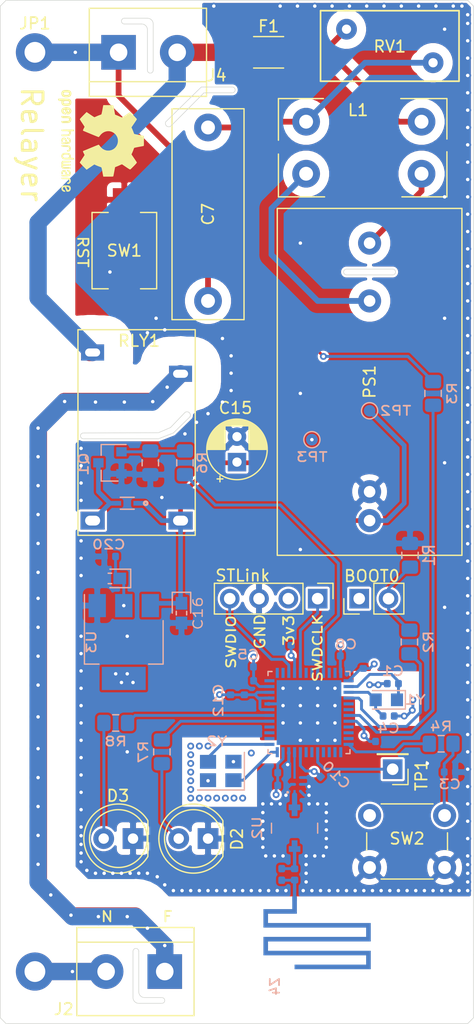
<source format=kicad_pcb>
(kicad_pcb (version 20171130) (host pcbnew "(5.1.5)-3")
  (layers (0 F.Cu signal) (1 In1.Cu power) (2 In2.Cu power) (31 B.Cu signal) (34 B.Paste user) (35 F.Paste user) (36 B.SilkS user hide) (37 F.SilkS user) (38 B.Mask user hide) (39 F.Mask user) (44 Edge.Cuts user))
  (net 0 "")
  (net 1 "Net-(C1-Pad1)")
  (net 2 "Net-(C2-Pad2)")
  (net 3 "Net-(C3-Pad2)")
  (net 4 "Net-(C4-Pad1)")
  (net 5 3V3)
  (net 6 N)
  (net 7 5V)
  (net 8 "Net-(D1-Pad2)")
  (net 9 "Net-(D2-Pad2)")
  (net 10 "Net-(D3-Pad2)")
  (net 11 F)
  (net 12 "Net-(IPD1-Pad3)")
  (net 13 "Net-(IPD1-Pad1)")
  (net 14 "Net-(J1-Pad2)")
  (net 15 "Net-(J3-Pad1)")
  (net 16 "Net-(J3-Pad4)")
  (net 17 "Net-(L1-Pad4)")
  (net 18 "Net-(L1-Pad3)")
  (net 19 "Net-(Q1-Pad1)")
  (net 20 "Net-(R2-Pad1)")
  (net 21 "Net-(R3-Pad1)")
  (net 22 "Net-(R4-Pad1)")
  (net 23 "Net-(R6-Pad1)")
  (net 24 "Net-(R7-Pad1)")
  (net 25 "Net-(R8-Pad1)")
  (net 26 "Net-(TP1-Pad1)")
  (net 27 "Net-(U1-Pad28)")
  (net 28 "Net-(U1-Pad27)")
  (net 29 "Net-(U1-Pad26)")
  (net 30 "Net-(U1-Pad25)")
  (net 31 "Net-(U1-Pad11)")
  (net 32 "Net-(U1-Pad10)")
  (net 33 "Net-(U1-Pad6)")
  (net 34 "Net-(U1-Pad5)")
  (net 35 "Net-(U1-Pad47)")
  (net 36 "Net-(U1-Pad46)")
  (net 37 "Net-(U1-Pad44)")
  (net 38 "Net-(U1-Pad43)")
  (net 39 "Net-(U1-Pad42)")
  (net 40 "Net-(U1-Pad38)")
  (net 41 "Net-(U1-Pad24)")
  (net 42 "Net-(U1-Pad19)")
  (net 43 "Net-(U1-Pad18)")
  (net 44 "Net-(U1-Pad16)")
  (net 45 "Net-(U1-Pad15)")
  (net 46 "Net-(U1-Pad14)")
  (net 47 "Net-(U1-Pad13)")
  (net 48 "Net-(U2-Pad2)")
  (net 49 "Net-(Z2-Pad1)")
  (net 50 GND)
  (net 51 F_IN)
  (net 52 "Net-(J2-Pad1)")
  (net 53 "Net-(U1-Pad9)")
  (net 54 "Net-(U1-Pad36)")
  (net 55 "Net-(U1-Pad37)")
  (module Usr_pretty_lib:Crystal_SMD_3225-4Pin_3.2x2.5mm_HandSoldering (layer B.Cu) (at 149.75 120 180)
    (fp_text reference Y2 (at 0 2.92) (layer B.SilkS) (effects (font (size 0.8 1)) (justify mirror)))
    (fp_text value Crystal_GND23)
    (pad 4 smd rect (at -1.45 1.15 180) (size 1.4 1.2) (layers B.Cu B.Paste B.Mask) (net 50 GND))
    (pad 3 smd rect (at 0.75 1.14 180) (size 1.4 1.2) (layers B.Cu B.Paste B.Mask) (net 30 "Net-(U1-Pad25)"))
    (pad 2 smd rect (at 0.75 -0.45 180) (size 1.4 1.2) (layers B.Cu B.Paste B.Mask) (net 50 GND))
    (pad 1 smd rect (at -1.45 -0.45 180) (size 1.4 1.2) (layers B.Cu B.Paste B.Mask) (net 41 "Net-(U1-Pad24)"))
  )
  (module Usr_pretty_lib:FL2D-Z5-103 (layer F.Cu) (at 167.5 63.5 180)
    (fp_text reference L1 (at 5.5 1) (layer F.SilkS))
    (fp_text value 10mH)
    (pad 1 thru_hole circle (at 0 0 180) (size 2.4 2.4) (drill 1.2) (layers *.Cu *.Mask) (net 11 F))
    (pad 4 thru_hole circle (at 0 -4.5 180) (size 2.4 2.4) (drill 1.2) (layers *.Cu *.Mask) (net 17 "Net-(L1-Pad4)"))
    (pad 2 thru_hole circle (at 10 0 180) (size 2.4 2.4) (drill 1.2) (layers *.Cu *.Mask) (net 6 N))
    (pad 3 thru_hole circle (at 10 -4.5 180) (size 2.4 2.4) (drill 1.2) (layers *.Cu *.Mask) (net 18 "Net-(L1-Pad3)"))
  )
  (module Usr_pretty_lib:cap_elec (layer F.Cu) (at 151.31 91.84 90)
    (fp_text reference C15 (at 3.58 0.07 180) (layer F.SilkS))
    (fp_text value 220μF)
    (pad 2 thru_hole circle (at 1.1 0.2 90) (size 1.6 1.6) (drill 0.8) (layers *.Cu *.Mask) (net 50 GND))
    (pad 1 thru_hole rect (at -1.1 0.2 90) (size 1.6 1.6) (drill 0.8) (layers *.Cu *.Mask) (net 7 5V))
  )
  (module Usr_pretty_lib:Fuse_2010_5025Metric_Pad1.52x2.65mm_HandSolder (layer F.Cu) (at 154.25 57.5 180)
    (fp_text reference F1 (at 0 2.25) (layer F.SilkS))
    (fp_text value JFC2410-0500TS)
    (pad 2 smd roundrect (at 2.3375 0 180) (size 1.525 2.65) (layers F.Cu F.Paste F.Mask) (roundrect_rratio 0.163934) (net 51 F_IN))
    (pad 1 smd roundrect (at -2.3375 0 180) (size 1.525 2.65) (layers F.Cu F.Paste F.Mask) (roundrect_rratio 0.163934) (net 11 F))
  )
  (module Symbol:OSHW-Logo2_9.8x8mm_SilkScreen (layer F.Cu) (at 139.73 65.16 270)
    (fp_text reference REF** hide)
    (fp_text value OSHW-Logo2_9.8x8mm_SilkScreen hide)
  )
  (module Usr_pretty_lib:HF32F-G005-HS (layer F.Cu) (at 143.5 91 90)
    (fp_text reference RLY1 (at 8.55 -0.48) (layer F.SilkS))
    (fp_text value HF32F-G_005-HS)
    (pad AC2 thru_hole rect (at 5.7 3.12 270) (size 1.4 2) (drill oval 0.7 1.3) (layers *.Cu *.Mask) (net 52 "Net-(J2-Pad1)"))
    (pad AC1 thru_hole rect (at 7.54 -4.5 270) (size 1.4 2) (drill oval 0.7 1.3) (layers *.Cu *.Mask) (net 51 F_IN))
    (pad DC2 thru_hole rect (at -7 3.12 270) (size 1.55 2.1) (drill oval 0.85 1.3) (layers *.Cu *.Mask) (net 7 5V))
    (pad DC1 thru_hole rect (at -7 -4.5 270) (size 1.55 2.1) (drill oval 0.85 1.3) (layers *.Cu *.Mask) (net 8 "Net-(D1-Pad2)"))
  )
  (module Usr_pretty_lib:neutral_wire (layer F.Cu) (at 134 55.5)
    (fp_text reference JP1 (at 0 -0.5) (layer F.SilkS))
    (fp_text value Wire)
    (pad 2 thru_hole circle (at 0 81.5) (size 3.3 3.3) (drill 1.8) (layers *.Cu *.Mask) (net 6 N))
    (pad 1 thru_hole circle (at 0 2) (size 3.3 3.3) (drill 1.8) (layers *.Cu *.Mask) (net 6 N))
  )
  (module Usr_pretty_lib:MLPF-WB55-01E3 (layer B.Cu) (at 156.4 121.5)
    (fp_text reference IPD1)
    (fp_text value MLPF-WB55-01E3)
    (pad 4 smd rect (at 0.6 -0.1) (size 0.2 0.2) (layers B.Cu B.Paste B.Mask) (net 50 GND))
    (pad 5 smd rect (at 0.6 -0.69) (size 0.2 0.2) (layers B.Cu B.Paste B.Mask) (net 50 GND))
    (pad 6 smd rect (at 0.6 -1.28) (size 0.2 0.2) (layers B.Cu B.Paste B.Mask) (net 50 GND))
    (pad 3 smd rect (at 0.1 -1.28) (size 0.2 0.2) (layers B.Cu B.Paste B.Mask) (net 12 "Net-(IPD1-Pad3)") (clearance 0.15))
    (pad 2 smd rect (at 0.1 -0.69) (size 0.2 0.2) (layers B.Cu B.Paste B.Mask) (net 50 GND))
    (pad 1 smd rect (at 0.1 -0.1) (size 0.2 0.2) (layers B.Cu B.Paste B.Mask) (net 13 "Net-(IPD1-Pad1)") (clearance 0.15))
  )
  (module Capacitor_SMD:C_0402_1005Metric (layer B.Cu) (at 160.95 109.7)
    (fp_text reference C8 (at 0 -1) (layer B.SilkS) (effects (font (size 0.8 1)) (justify mirror)))
    (fp_text value 100nF)
    (pad 2 smd roundrect (at 0.485 0) (size 0.59 0.64) (layers B.Cu B.Paste B.Mask) (net 50 GND))
    (pad 1 smd roundrect (at -0.485 0) (size 0.59 0.64) (layers B.Cu B.Paste B.Mask) (net 5 3V3))
  )
  (module Usr_pretty_lib:QFN50P700X700X60-49N (layer B.Cu) (at 157.75 114.6 180)
    (fp_text reference U1)
    (fp_text value STM32WB55)
    (pad 13 smd rect (at -2.75 -3.43 180) (size 0.27 0.87) (layers B.Cu B.Paste B.Mask) (net 47 "Net-(U1-Pad13)"))
    (pad 14 smd rect (at -2.25 -3.43 180) (size 0.27 0.87) (layers B.Cu B.Paste B.Mask) (net 46 "Net-(U1-Pad14)"))
    (pad 15 smd rect (at -1.75 -3.43 180) (size 0.27 0.87) (layers B.Cu B.Paste B.Mask) (net 45 "Net-(U1-Pad15)"))
    (pad 16 smd rect (at -1.25 -3.43 180) (size 0.27 0.87) (layers B.Cu B.Paste B.Mask) (net 44 "Net-(U1-Pad16)"))
    (pad 17 smd rect (at -0.75 -3.43 180) (size 0.27 0.87) (layers B.Cu B.Paste B.Mask) (net 26 "Net-(TP1-Pad1)"))
    (pad 18 smd rect (at -0.25 -3.43 180) (size 0.27 0.87) (layers B.Cu B.Paste B.Mask) (net 43 "Net-(U1-Pad18)"))
    (pad 19 smd rect (at 0.25 -3.43 180) (size 0.27 0.87) (layers B.Cu B.Paste B.Mask) (net 42 "Net-(U1-Pad19)"))
    (pad 20 smd rect (at 0.75 -3.43 180) (size 0.27 0.87) (layers B.Cu B.Paste B.Mask) (net 5 3V3))
    (pad 21 smd rect (at 1.25 -3.43 180) (size 0.27 0.87) (layers B.Cu B.Paste B.Mask) (net 12 "Net-(IPD1-Pad3)"))
    (pad 22 smd rect (at 1.75 -3.43 180) (size 0.27 0.87) (layers B.Cu B.Paste B.Mask) (net 50 GND))
    (pad 23 smd rect (at 2.25 -3.43 180) (size 0.27 0.87) (layers B.Cu B.Paste B.Mask) (net 5 3V3))
    (pad 24 smd rect (at 2.75 -3.43 180) (size 0.27 0.87) (layers B.Cu B.Paste B.Mask) (net 41 "Net-(U1-Pad24)"))
    (pad 37 smd rect (at 2.75 3.43 180) (size 0.27 0.87) (layers B.Cu B.Paste B.Mask) (net 55 "Net-(U1-Pad37)"))
    (pad 38 smd rect (at 2.25 3.43 180) (size 0.27 0.87) (layers B.Cu B.Paste B.Mask) (net 40 "Net-(U1-Pad38)"))
    (pad 39 smd rect (at 1.75 3.43 180) (size 0.27 0.87) (layers B.Cu B.Paste B.Mask) (net 16 "Net-(J3-Pad4)"))
    (pad 40 smd rect (at 1.25 3.43 180) (size 0.27 0.87) (layers B.Cu B.Paste B.Mask) (net 5 3V3))
    (pad 41 smd rect (at 0.75 3.43 180) (size 0.27 0.87) (layers B.Cu B.Paste B.Mask) (net 15 "Net-(J3-Pad1)"))
    (pad 42 smd rect (at 0.25 3.43 180) (size 0.27 0.87) (layers B.Cu B.Paste B.Mask) (net 39 "Net-(U1-Pad42)"))
    (pad 43 smd rect (at -0.25 3.43 180) (size 0.27 0.87) (layers B.Cu B.Paste B.Mask) (net 38 "Net-(U1-Pad43)"))
    (pad 44 smd rect (at -0.75 3.43 180) (size 0.27 0.87) (layers B.Cu B.Paste B.Mask) (net 37 "Net-(U1-Pad44)"))
    (pad 45 smd rect (at -1.25 3.43 180) (size 0.27 0.87) (layers B.Cu B.Paste B.Mask) (net 23 "Net-(R6-Pad1)"))
    (pad 46 smd rect (at -1.75 3.43 180) (size 0.27 0.87) (layers B.Cu B.Paste B.Mask) (net 36 "Net-(U1-Pad46)"))
    (pad 47 smd rect (at -2.25 3.43 180) (size 0.27 0.87) (layers B.Cu B.Paste B.Mask) (net 35 "Net-(U1-Pad47)"))
    (pad 48 smd rect (at -2.75 3.43 180) (size 0.27 0.87) (layers B.Cu B.Paste B.Mask) (net 5 3V3))
    (pad 1 smd rect (at -3.43 2.75 180) (size 0.87 0.27) (layers B.Cu B.Paste B.Mask) (net 5 3V3))
    (pad 2 smd rect (at -3.43 2.25 180) (size 0.87 0.27) (layers B.Cu B.Paste B.Mask) (net 1 "Net-(C1-Pad1)"))
    (pad 3 smd rect (at -3.43 1.75 180) (size 0.87 0.27) (layers B.Cu B.Paste B.Mask) (net 4 "Net-(C4-Pad1)"))
    (pad 4 smd rect (at -3.43 1.25 180) (size 0.87 0.27) (layers B.Cu B.Paste B.Mask) (net 20 "Net-(R2-Pad1)"))
    (pad 5 smd rect (at -3.43 0.75 180) (size 0.87 0.27) (layers B.Cu B.Paste B.Mask) (net 34 "Net-(U1-Pad5)"))
    (pad 6 smd rect (at -3.43 0.25 180) (size 0.87 0.27) (layers B.Cu B.Paste B.Mask) (net 33 "Net-(U1-Pad6)"))
    (pad 7 smd rect (at -3.43 -0.25 180) (size 0.87 0.27) (layers B.Cu B.Paste B.Mask) (net 21 "Net-(R3-Pad1)"))
    (pad 8 smd rect (at -3.43 -0.75 180) (size 0.87 0.27) (layers B.Cu B.Paste B.Mask) (net 5 3V3))
    (pad 9 smd rect (at -3.43 -1.25 180) (size 0.87 0.27) (layers B.Cu B.Paste B.Mask) (net 53 "Net-(U1-Pad9)"))
    (pad 10 smd rect (at -3.43 -1.75 180) (size 0.87 0.27) (layers B.Cu B.Paste B.Mask) (net 32 "Net-(U1-Pad10)"))
    (pad 11 smd rect (at -3.43 -2.25 180) (size 0.87 0.27) (layers B.Cu B.Paste B.Mask) (net 31 "Net-(U1-Pad11)"))
    (pad 12 smd rect (at -3.43 -2.75 180) (size 0.87 0.27) (layers B.Cu B.Paste B.Mask) (net 22 "Net-(R4-Pad1)"))
    (pad 25 smd rect (at 3.43 -2.75 180) (size 0.87 0.27) (layers B.Cu B.Paste B.Mask) (net 30 "Net-(U1-Pad25)"))
    (pad 26 smd rect (at 3.43 -2.25 180) (size 0.87 0.27) (layers B.Cu B.Paste B.Mask) (net 29 "Net-(U1-Pad26)"))
    (pad 27 smd rect (at 3.43 -1.75 180) (size 0.87 0.27) (layers B.Cu B.Paste B.Mask) (net 28 "Net-(U1-Pad27)"))
    (pad 28 smd rect (at 3.43 -1.25 180) (size 0.87 0.27) (layers B.Cu B.Paste B.Mask) (net 27 "Net-(U1-Pad28)"))
    (pad 29 smd rect (at 3.43 -0.75 180) (size 0.87 0.27) (layers B.Cu B.Paste B.Mask) (net 24 "Net-(R7-Pad1)"))
    (pad 30 smd rect (at 3.43 -0.25 180) (size 0.87 0.27) (layers B.Cu B.Paste B.Mask) (net 25 "Net-(R8-Pad1)"))
    (pad 31 smd rect (at 3.43 0.25 180) (size 0.87 0.27) (layers B.Cu B.Paste B.Mask) (net 5 3V3))
    (pad 32 smd rect (at 3.43 0.75 180) (size 0.87 0.27) (layers B.Cu B.Paste B.Mask) (net 50 GND))
    (pad 33 smd rect (at 3.43 1.25 180) (size 0.87 0.27) (layers B.Cu B.Paste B.Mask) (net 5 3V3))
    (pad 34 smd rect (at 3.43 1.75 180) (size 0.87 0.27) (layers B.Cu B.Paste B.Mask) (net 5 3V3))
    (pad 35 smd rect (at 3.43 2.25 180) (size 0.87 0.27) (layers B.Cu B.Paste B.Mask) (net 5 3V3))
    (pad 36 smd rect (at 3.43 2.75 180) (size 0.87 0.27) (layers B.Cu B.Paste B.Mask) (net 54 "Net-(U1-Pad36)"))
    (pad 49 smd rect (at 0 0 180) (size 5.6 5.6) (layers B.Cu B.Mask) (net 50 GND))
  )
  (module Capacitor_SMD:C_0402_1005Metric (layer B.Cu) (at 165.015 112.1 180)
    (fp_text reference C1 (at 0 1.09) (layer B.SilkS) (effects (font (size 0.8 1)) (justify mirror)))
    (fp_text value 12pF)
    (pad 1 smd roundrect (at -0.485 0 180) (size 0.59 0.64) (layers B.Cu B.Paste B.Mask) (net 1 "Net-(C1-Pad1)"))
    (pad 2 smd roundrect (at 0.485 0 180) (size 0.59 0.64) (layers B.Cu B.Paste B.Mask) (net 50 GND))
  )
  (module Capacitor_SMD:C_0402_1005Metric (layer F.Cu) (at 144.75 68.65 270)
    (fp_text reference C2)
    (fp_text value 100nF)
    (pad 2 smd roundrect (at 0.485 0 270) (size 0.59 0.64) (layers F.Cu F.Paste F.Mask) (net 2 "Net-(C2-Pad2)"))
    (pad 1 smd roundrect (at -0.485 0 270) (size 0.59 0.64) (layers F.Cu F.Paste F.Mask) (net 50 GND))
  )
  (module Capacitor_SMD:C_0402_1005Metric (layer B.Cu) (at 169.95 119.75 180)
    (fp_text reference C3 (at 0 -1.05 180) (layer B.SilkS) (effects (font (size 0.8 1)) (justify mirror)))
    (fp_text value 100nF)
    (pad 1 smd roundrect (at -0.485 0 180) (size 0.59 0.64) (layers B.Cu B.Paste B.Mask) (net 50 GND))
    (pad 2 smd roundrect (at 0.485 0 180) (size 0.59 0.64) (layers B.Cu B.Paste B.Mask) (net 3 "Net-(C3-Pad2)"))
  )
  (module Capacitor_SMD:C_0402_1005Metric (layer B.Cu) (at 164.65 114.9)
    (fp_text reference C4 (at -0.01 1.06) (layer B.SilkS) (effects (font (size 0.8 1)) (justify mirror)))
    (fp_text value 12pF)
    (pad 1 smd roundrect (at -0.485 0) (size 0.59 0.64) (layers B.Cu B.Paste B.Mask) (net 4 "Net-(C4-Pad1)"))
    (pad 2 smd roundrect (at 0.485 0) (size 0.59 0.64) (layers B.Cu B.Paste B.Mask) (net 50 GND))
  )
  (module Capacitor_SMD:C_0402_1005Metric (layer B.Cu) (at 152.465 111.85 180)
    (fp_text reference C6)
    (fp_text value 100nF)
    (pad 2 smd roundrect (at 0.485 0 180) (size 0.59 0.64) (layers B.Cu B.Paste B.Mask) (net 50 GND))
    (pad 1 smd roundrect (at -0.485 0 180) (size 0.59 0.64) (layers B.Cu B.Paste B.Mask) (net 5 3V3))
  )
  (module Capacitor_THT:C_Rect_L18.0mm_W6.0mm_P15.00mm_FKS3_FKP3 (layer F.Cu) (at 149 64 270)
    (fp_text reference C7 (at 7.5 0 90) (layer F.SilkS))
    (fp_text value 100nF/275V)
    (pad 1 thru_hole circle (at 0 0 270) (size 2.4 2.4) (drill 1.2) (layers *.Cu *.Mask) (net 11 F))
    (pad 2 thru_hole circle (at 15 0 270) (size 2.4 2.4) (drill 1.2) (layers *.Cu *.Mask) (net 6 N))
  )
  (module Capacitor_SMD:C_0402_1005Metric (layer B.Cu) (at 164 117.1)
    (fp_text reference C9)
    (fp_text value 100nF)
    (pad 2 smd roundrect (at 0.485 0) (size 0.59 0.64) (layers B.Cu B.Paste B.Mask) (net 50 GND))
    (pad 1 smd roundrect (at -0.485 0) (size 0.59 0.64) (layers B.Cu B.Paste B.Mask) (net 5 3V3))
  )
  (module Capacitor_SMD:C_0402_1005Metric (layer B.Cu) (at 159.1 120.5 315)
    (fp_text reference C10 (at 0.353553 -1.06066 135) (layer B.SilkS) (effects (font (size 0.8 1)) (justify mirror)))
    (fp_text value 100nF)
    (pad 1 smd roundrect (at -0.485 0 315) (size 0.59 0.64) (layers B.Cu B.Paste B.Mask) (net 5 3V3))
    (pad 2 smd roundrect (at 0.485 0 315) (size 0.59 0.64) (layers B.Cu B.Paste B.Mask) (net 50 GND))
  )
  (module Capacitor_SMD:C_0402_1005Metric (layer B.Cu) (at 162.45 110.3 90)
    (fp_text reference C11)
    (fp_text value 100nF)
    (pad 1 smd roundrect (at -0.485 0 90) (size 0.59 0.64) (layers B.Cu B.Paste B.Mask) (net 5 3V3))
    (pad 2 smd roundrect (at 0.485 0 90) (size 0.59 0.64) (layers B.Cu B.Paste B.Mask) (net 50 GND))
  )
  (module Capacitor_SMD:C_0402_1005Metric (layer B.Cu) (at 156.2 108.3 90)
    (fp_text reference C13)
    (fp_text value 100nF)
    (pad 1 smd roundrect (at -0.485 0 90) (size 0.59 0.64) (layers B.Cu B.Paste B.Mask) (net 5 3V3))
    (pad 2 smd roundrect (at 0.485 0 90) (size 0.59 0.64) (layers B.Cu B.Paste B.Mask) (net 50 GND))
  )
  (module Capacitor_SMD:C_0402_1005Metric (layer B.Cu) (at 152.15 113.55 270)
    (fp_text reference C14)
    (fp_text value 100nF)
    (pad 1 smd roundrect (at -0.485 0 270) (size 0.59 0.64) (layers B.Cu B.Paste B.Mask) (net 5 3V3))
    (pad 2 smd roundrect (at 0.485 0 270) (size 0.59 0.64) (layers B.Cu B.Paste B.Mask) (net 50 GND))
  )
  (module Usr_pretty_lib:CAPC1608X90 (layer B.Cu) (at 146.7 106 270)
    (fp_text reference C16 (at 0.02 -1.43 90) (layer B.SilkS) (effects (font (size 0.8 1) (thickness 0.118517))))
    (fp_text value 10μF)
    (pad 2 smd rect (at 0.85 0 270) (size 1.1 1) (layers B.Cu B.Paste B.Mask) (net 50 GND))
    (pad 1 smd rect (at -0.85 0 270) (size 1.1 1) (layers B.Cu B.Paste B.Mask) (net 7 5V))
  )
  (module Capacitor_SMD:C_0402_1005Metric (layer B.Cu) (at 154.55 120.9 180)
    (fp_text reference C17)
    (fp_text value 100nF)
    (pad 2 smd roundrect (at 0.485 0 180) (size 0.59 0.64) (layers B.Cu B.Paste B.Mask) (net 50 GND))
    (pad 1 smd roundrect (at -0.485 0 180) (size 0.59 0.64) (layers B.Cu B.Paste B.Mask) (net 5 3V3))
  )
  (module Capacitor_SMD:C_0402_1005Metric (layer B.Cu) (at 154.55 119.8 180)
    (fp_text reference C18)
    (fp_text value 100pF)
    (pad 1 smd roundrect (at -0.485 0 180) (size 0.59 0.64) (layers B.Cu B.Paste B.Mask) (net 5 3V3))
    (pad 2 smd roundrect (at 0.485 0 180) (size 0.59 0.64) (layers B.Cu B.Paste B.Mask) (net 50 GND))
  )
  (module Usr_pretty_lib:CAPC1608X90 (layer B.Cu) (at 140.5 103 180)
    (fp_text reference C19)
    (fp_text value 22μF)
    (pad 1 smd rect (at -0.85 0 180) (size 1.1 1) (layers B.Cu B.Paste B.Mask) (net 5 3V3))
    (pad 2 smd rect (at 0.85 0 180) (size 1.1 1) (layers B.Cu B.Paste B.Mask) (net 50 GND))
  )
  (module Capacitor_SMD:C_0402_1005Metric (layer B.Cu) (at 140.5 101.1 180)
    (fp_text reference C20 (at 0.1 1.03 180) (layer B.SilkS) (effects (font (size 0.8 1)) (justify mirror)))
    (fp_text value 100nF)
    (pad 2 smd roundrect (at 0.485 0 180) (size 0.59 0.64) (layers B.Cu B.Paste B.Mask) (net 50 GND))
    (pad 1 smd roundrect (at -0.485 0 180) (size 0.59 0.64) (layers B.Cu B.Paste B.Mask) (net 5 3V3))
  )
  (module Usr_pretty_lib:SODFL1608X70N (layer B.Cu) (at 142 96.5 180)
    (fp_text reference D1)
    (fp_text value 1N4148)
    (pad 2 smd rect (at 0.8 0 180) (size 0.53 0.4) (layers B.Cu B.Paste B.Mask) (net 8 "Net-(D1-Pad2)"))
    (pad 1 smd rect (at -0.8 0 180) (size 0.53 0.4) (layers B.Cu B.Paste B.Mask) (net 7 5V))
  )
  (module LED_THT:LED_D5.0mm_Clear (layer F.Cu) (at 149 125.5 180)
    (fp_text reference D2 (at -2.51 -0.05 90) (layer F.SilkS))
    (fp_text value Red_LED)
    (pad 1 thru_hole rect (at 0 0 180) (size 1.8 1.8) (drill 0.9) (layers *.Cu *.Mask) (net 50 GND))
    (pad 2 thru_hole circle (at 2.54 0 180) (size 1.8 1.8) (drill 0.9) (layers *.Cu *.Mask) (net 9 "Net-(D2-Pad2)"))
  )
  (module LED_THT:LED_D5.0mm_Clear (layer F.Cu) (at 142.5 125.5 180)
    (fp_text reference D3 (at 1.3 3.7) (layer F.SilkS))
    (fp_text value Green_LED)
    (pad 2 thru_hole circle (at 2.54 0 180) (size 1.8 1.8) (drill 0.9) (layers *.Cu *.Mask) (net 10 "Net-(D3-Pad2)"))
    (pad 1 thru_hole rect (at 0 0 180) (size 1.8 1.8) (drill 0.9) (layers *.Cu *.Mask) (net 50 GND))
  )
  (module Connector_PinHeader_2.54mm:PinHeader_1x02_P2.54mm_Vertical (layer F.Cu) (at 162.1 104.75 90)
    (fp_text reference BOOT0 (at 1.95 1.1) (layer F.SilkS))
    (fp_text value BOOT0)
    (pad 1 thru_hole rect (at 0 0 90) (size 1.7 1.7) (drill 1) (layers *.Cu *.Mask) (net 5 3V3))
    (pad 2 thru_hole oval (at 0 2.54 90) (size 1.7 1.7) (drill 1) (layers *.Cu *.Mask) (net 14 "Net-(J1-Pad2)"))
  )
  (module Connector_PinHeader_2.54mm:PinHeader_1x04_P2.54mm_Vertical (layer F.Cu) (at 158.5 104.75 270)
    (fp_text reference STLink (at -2 6.5 180) (layer F.SilkS))
    (fp_text value STLink)
    (pad 1 thru_hole rect (at 0 0 270) (size 1.7 1.7) (drill 1) (layers *.Cu *.Mask) (net 15 "Net-(J3-Pad1)"))
    (pad 2 thru_hole oval (at 0 2.54 270) (size 1.7 1.7) (drill 1) (layers *.Cu *.Mask) (net 5 3V3))
    (pad 3 thru_hole oval (at 0 5.08 270) (size 1.7 1.7) (drill 1) (layers *.Cu *.Mask) (net 50 GND))
    (pad 4 thru_hole oval (at 0 7.62 270) (size 1.7 1.7) (drill 1) (layers *.Cu *.Mask) (net 16 "Net-(J3-Pad4)"))
  )
  (module Usr_pretty_lib:HLK-2M05 (layer F.Cu) (at 163 74 270)
    (fp_text reference PS1 (at 12 0 90) (layer F.SilkS))
    (fp_text value HLK-2M05)
    (pad 1 thru_hole circle (at 0 0 270) (size 2 2) (drill 1) (layers *.Cu *.Mask) (net 17 "Net-(L1-Pad4)"))
    (pad 2 thru_hole circle (at 5 0 270) (size 2 2) (drill 1) (layers *.Cu *.Mask) (net 18 "Net-(L1-Pad3)"))
    (pad 3 thru_hole circle (at 21.5 0 270) (size 2 2) (drill 1) (layers *.Cu *.Mask) (net 50 GND))
    (pad 4 thru_hole circle (at 24 0 270) (size 2 2) (drill 1) (layers *.Cu *.Mask) (net 7 5V))
  )
  (module Package_TO_SOT_SMD:SOT-23 (layer B.Cu) (at 140.5 93 180)
    (fp_text reference Q1 (at 2.27 -0.12 90) (layer B.SilkS) (effects (font (size 0.8 1)) (justify mirror)))
    (fp_text value 2N7002)
    (pad 1 smd rect (at -1 0.95 180) (size 0.9 0.8) (layers B.Cu B.Paste B.Mask) (net 19 "Net-(Q1-Pad1)"))
    (pad 2 smd rect (at -1 -0.95 180) (size 0.9 0.8) (layers B.Cu B.Paste B.Mask) (net 50 GND))
    (pad 3 smd rect (at 1 0 180) (size 0.9 0.8) (layers B.Cu B.Paste B.Mask) (net 8 "Net-(D1-Pad2)"))
  )
  (module Resistor_SMD:R_0805_2012Metric_Pad1.15x1.40mm_HandSolder (layer B.Cu) (at 166.5 101 90)
    (fp_text reference R1 (at 0 1.65 90) (layer B.SilkS) (effects (justify mirror)))
    (fp_text value 10k)
    (pad 1 smd roundrect (at -1.025 0 90) (size 1.15 1.4) (layers B.Cu B.Paste B.Mask) (roundrect_rratio 0.217391) (net 14 "Net-(J1-Pad2)"))
    (pad 2 smd roundrect (at 1.025 0 90) (size 1.15 1.4) (layers B.Cu B.Paste B.Mask) (roundrect_rratio 0.217391) (net 50 GND))
  )
  (module Resistor_SMD:R_0805_2012Metric_Pad1.15x1.40mm_HandSolder (layer B.Cu) (at 166.45 108.5 90)
    (fp_text reference R2 (at 0 1.65 270) (layer B.SilkS) (effects (font (size 0.8 1)) (justify mirror)))
    (fp_text value 1k)
    (pad 1 smd roundrect (at -1.025 0 90) (size 1.15 1.4) (layers B.Cu B.Paste B.Mask) (roundrect_rratio 0.217391) (net 20 "Net-(R2-Pad1)"))
    (pad 2 smd roundrect (at 1.025 0 90) (size 1.15 1.4) (layers B.Cu B.Paste B.Mask) (roundrect_rratio 0.217391) (net 14 "Net-(J1-Pad2)"))
  )
  (module Resistor_SMD:R_0805_2012Metric_Pad1.15x1.40mm_HandSolder (layer B.Cu) (at 168.5 87 90)
    (fp_text reference R3 (at 0 1.65 270) (layer B.SilkS) (effects (font (size 0.8 1)) (justify mirror)))
    (fp_text value 150R)
    (pad 1 smd roundrect (at -1.025 0 90) (size 1.15 1.4) (layers B.Cu B.Paste B.Mask) (roundrect_rratio 0.217391) (net 21 "Net-(R3-Pad1)"))
    (pad 2 smd roundrect (at 1.025 0 90) (size 1.15 1.4) (layers B.Cu B.Paste B.Mask) (roundrect_rratio 0.217391) (net 2 "Net-(C2-Pad2)"))
  )
  (module Resistor_SMD:R_0805_2012Metric_Pad1.15x1.40mm_HandSolder (layer B.Cu) (at 169.2 117.3)
    (fp_text reference R4 (at 0 -1.5) (layer B.SilkS) (effects (font (size 0.8 1)) (justify mirror)))
    (fp_text value 150R)
    (pad 2 smd roundrect (at 1.025 0) (size 1.15 1.4) (layers B.Cu B.Paste B.Mask) (roundrect_rratio 0.217391) (net 3 "Net-(C3-Pad2)"))
    (pad 1 smd roundrect (at -1.025 0) (size 1.15 1.4) (layers B.Cu B.Paste B.Mask) (roundrect_rratio 0.217391) (net 22 "Net-(R4-Pad1)"))
  )
  (module Resistor_SMD:R_0805_2012Metric_Pad1.15x1.40mm_HandSolder (layer B.Cu) (at 144 93 270)
    (fp_text reference R5)
    (fp_text value 10k)
    (pad 2 smd roundrect (at 1.025 0 270) (size 1.15 1.4) (layers B.Cu B.Paste B.Mask) (roundrect_rratio 0.217391) (net 50 GND))
    (pad 1 smd roundrect (at -1.025 0 270) (size 1.15 1.4) (layers B.Cu B.Paste B.Mask) (roundrect_rratio 0.217391) (net 19 "Net-(Q1-Pad1)"))
  )
  (module Resistor_SMD:R_0805_2012Metric_Pad1.15x1.40mm_HandSolder (layer B.Cu) (at 147 93 90)
    (fp_text reference R6)
    (fp_text value 1k)
    (fp_text user %R (at 0 1.5 270) (layer B.SilkS) (effects (font (size 0.8 1)) (justify mirror)))
    (pad 1 smd roundrect (at -1.025 0 90) (size 1.15 1.4) (layers B.Cu B.Paste B.Mask) (roundrect_rratio 0.217391) (net 23 "Net-(R6-Pad1)"))
    (pad 2 smd roundrect (at 1.025 0 90) (size 1.15 1.4) (layers B.Cu B.Paste B.Mask) (roundrect_rratio 0.217391) (net 19 "Net-(Q1-Pad1)"))
  )
  (module Resistor_SMD:R_0805_2012Metric_Pad1.15x1.40mm_HandSolder (layer B.Cu) (at 145 118 270)
    (fp_text reference R7 (at 0 1.61 90) (layer B.SilkS) (effects (font (size 0.8 1)) (justify mirror)))
    (fp_text value 750R)
    (pad 2 smd roundrect (at 1.025 0 270) (size 1.15 1.4) (layers B.Cu B.Paste B.Mask) (roundrect_rratio 0.217391) (net 9 "Net-(D2-Pad2)"))
    (pad 1 smd roundrect (at -1.025 0 270) (size 1.15 1.4) (layers B.Cu B.Paste B.Mask) (roundrect_rratio 0.217391) (net 24 "Net-(R7-Pad1)"))
  )
  (module Resistor_SMD:R_0805_2012Metric_Pad1.15x1.40mm_HandSolder (layer B.Cu) (at 141 115.5 180)
    (fp_text reference R8 (at 0 -1.6 180) (layer B.SilkS) (effects (font (size 0.8 1)) (justify mirror)))
    (fp_text value 750R)
    (pad 2 smd roundrect (at 1.025 0 180) (size 1.15 1.4) (layers B.Cu B.Paste B.Mask) (roundrect_rratio 0.217391) (net 10 "Net-(D3-Pad2)"))
    (pad 1 smd roundrect (at -1.025 0 180) (size 1.15 1.4) (layers B.Cu B.Paste B.Mask) (roundrect_rratio 0.217391) (net 25 "Net-(R8-Pad1)"))
  )
  (module Varistor:RV_Disc_D12mm_W6.1mm_P7.5mm (layer F.Cu) (at 161 55.5)
    (fp_text reference RV1 (at 3.75 1.5) (layer F.SilkS))
    (fp_text value Varistor_US)
    (pad 1 thru_hole circle (at 0 0) (size 1.8 1.8) (drill 0.8) (layers *.Cu *.Mask) (net 11 F))
    (pad 2 thru_hole circle (at 7.5 2.9) (size 1.8 1.8) (drill 0.8) (layers *.Cu *.Mask) (net 6 N))
  )
  (module Usr_pretty_lib:1TS002B-1900-4300-CT (layer F.Cu) (at 141.75 74.65 90)
    (fp_text reference SW1 (at 0 0 180) (layer F.SilkS))
    (fp_text value NRST)
    (pad 2 smd rect (at 4.4 0 90) (size 2 2) (layers F.Cu F.Paste F.Mask) (net 50 GND))
    (pad 1 smd rect (at -4.4 0 90) (size 2 2) (layers F.Cu F.Paste F.Mask) (net 2 "Net-(C2-Pad2)"))
  )
  (module Button_Switch_THT:SW_PUSH_6mm_H13mm (layer F.Cu) (at 163 123.5)
    (fp_text reference SW2 (at 3.25 2) (layer F.SilkS))
    (fp_text value USR_SW)
    (pad 2 thru_hole circle (at 0 4.5 90) (size 2 2) (drill 1.1) (layers *.Cu *.Mask) (net 50 GND))
    (pad 1 thru_hole circle (at 0 0 90) (size 2 2) (drill 1.1) (layers *.Cu *.Mask))
    (pad 2 thru_hole circle (at 6.5 4.5 90) (size 2 2) (drill 1.1) (layers *.Cu *.Mask) (net 50 GND))
    (pad 1 thru_hole circle (at 6.5 0 90) (size 2 2) (drill 1.1) (layers *.Cu *.Mask) (net 3 "Net-(C3-Pad2)"))
  )
  (module TestPoint:TestPoint_Pad_D1.0mm (layer B.Cu) (at 163 88.5)
    (fp_text reference TP2 (at 2.25 0) (layer B.SilkS) (effects (font (size 0.8 1)) (justify mirror)))
    (fp_text value TestPoint)
    (pad 1 smd circle (at 0 0) (size 1 1) (layers B.Cu B.Mask) (net 7 5V))
  )
  (module TestPoint:TestPoint_Pad_D1.0mm (layer B.Cu) (at 158 91)
    (fp_text reference TP3 (at 0 1.5) (layer B.SilkS) (effects (font (size 0.8 1)) (justify mirror)))
    (fp_text value TestPoint)
    (pad 1 smd circle (at 0 0) (size 1 1) (layers B.Cu B.Mask) (net 5 3V3))
  )
  (module Usr_pretty_lib:902-9040 (layer B.Cu) (at 156.5 124.6 180)
    (fp_text reference U2 (at 3.24 0.03 270) (layer B.SilkS) (effects (font (size 0.8 1)) (justify mirror)))
    (fp_text value 902-9040)
    (fp_poly (pts (xy 0.25 -1.55) (xy -0.25 -1.55) (xy -0.25 -1.05) (xy 0.25 -1.05)) (layer B.Cu) (width 0.001))
    (fp_poly (pts (xy 0.25 1.05) (xy -0.25 1.05) (xy -0.25 1.55) (xy 0.25 1.55)) (layer B.Cu) (width 0.001))
    (pad 6 smd rect (at 1.5 -1.05 180) (size 1 1) (layers B.Cu B.Paste B.Mask) (net 50 GND))
    (pad 5 smd rect (at -1.5 -1.05 180) (size 1 1) (layers B.Cu B.Paste B.Mask) (net 50 GND))
    (pad 3 smd rect (at -1.5 1.05 180) (size 1 1) (layers B.Cu B.Paste B.Mask) (net 50 GND))
    (pad 4 smd rect (at 1.5 1.05 180) (size 1 1) (layers B.Cu B.Paste B.Mask) (net 50 GND))
    (pad 1 smd rect (at 0.01 1.8 180) (size 1 0.5) (layers B.Cu B.Paste B.Mask) (net 13 "Net-(IPD1-Pad1)"))
    (pad 2 smd rect (at 0 -1.8 180) (size 1 0.5) (layers B.Cu B.Paste B.Mask) (net 48 "Net-(U2-Pad2)"))
  )
  (module Package_TO_SOT_SMD:SOT-223 (layer B.Cu) (at 141.7 108.5 270)
    (fp_text reference U3 (at 0 2.8 90) (layer B.SilkS) (effects (font (size 0.8 1)) (justify mirror)))
    (fp_text value LM1117-3.3)
    (pad 4 smd rect (at 3.15 0 270) (size 2 3.8) (layers B.Cu B.Paste B.Mask) (net 5 3V3))
    (pad 2 smd rect (at -3.15 0 270) (size 2 1.5) (layers B.Cu B.Paste B.Mask) (net 5 3V3))
    (pad 3 smd rect (at -3.15 -2.3 270) (size 2 1.5) (layers B.Cu B.Paste B.Mask) (net 7 5V))
    (pad 1 smd rect (at -3.15 2.3 270) (size 2 1.5) (layers B.Cu B.Paste B.Mask) (net 50 GND))
  )
  (module Resistor_SMD:R_0402_1005Metric (layer B.Cu) (at 154.9 128.1 180)
    (fp_text reference Z1)
    (fp_text value C)
    (pad 1 smd roundrect (at -0.485 0 180) (size 0.59 0.64) (layers B.Cu B.Paste B.Mask) (net 48 "Net-(U2-Pad2)"))
    (pad 2 smd roundrect (at 0.485 0 180) (size 0.59 0.64) (layers B.Cu B.Paste B.Mask) (net 50 GND))
  )
  (module Resistor_SMD:R_0402_1005Metric (layer B.Cu) (at 156.5 128.6 90)
    (fp_text reference Z2)
    (fp_text value R)
    (pad 1 smd roundrect (at -0.485 0 90) (size 0.59 0.64) (layers B.Cu B.Paste B.Mask) (net 49 "Net-(Z2-Pad1)"))
    (pad 2 smd roundrect (at 0.485 0 90) (size 0.59 0.64) (layers B.Cu B.Paste B.Mask) (net 48 "Net-(U2-Pad2)"))
  )
  (module Resistor_SMD:R_0402_1005Metric (layer B.Cu) (at 154.9 129.1 180)
    (fp_text reference Z3)
    (fp_text value C)
    (pad 2 smd roundrect (at 0.485 0 180) (size 0.59 0.64) (layers B.Cu B.Paste B.Mask) (net 50 GND))
    (pad 1 smd roundrect (at -0.485 0 180) (size 0.59 0.64) (layers B.Cu B.Paste B.Mask) (net 49 "Net-(Z2-Pad1)"))
  )
  (module Usr_pretty_lib:AN3359_antenna (layer B.Cu) (at 156.5 130.5)
    (fp_text reference Z4 (at -1.71 7.79 270) (layer B.SilkS) (effects (font (size 0.8 0.8)) (justify mirror)))
    (fp_text value AN3359)
    (fp_poly (pts (xy 6.6 4.7) (xy -2.3 4.7) (xy -2.3 3.9) (xy 6.6 3.9) (xy 6.6 2.3) (xy -2.3 2.3) (xy -2.3 1.5) (xy 0.2 1.5) (xy 0.2 0) (xy -0.2 0) (xy -0.2 1.1) (xy -2.7 1.1) (xy -2.7 2.7) (xy 6.2 2.7) (xy 6.2 3.5) (xy -2.7 3.5) (xy -2.7 5.1) (xy 6.2 5.1) (xy 6.2 5.9) (xy 0 5.9) (xy 0 6.3) (xy 6.6 6.3)) (layer B.Cu) (width 0))
    (pad 1 smd rect (at 0 0.2) (size 0.4 0.4) (layers B.Cu B.Paste B.Mask) (net 49 "Net-(Z2-Pad1)"))
  )
  (module Usr_pretty_lib:TerminalBlock_bornier-2_P5.08mm (layer F.Cu) (at 141.25 57.5)
    (fp_text reference J4 (at 8.5 2) (layer F.SilkS))
    (fp_text value AC_IN)
    (pad 1 thru_hole rect (at 0 0) (size 3 3) (drill 1.52) (layers *.Cu *.Mask) (net 6 N))
    (pad 2 thru_hole circle (at 5.08 0) (size 3 3) (drill 1.52) (layers *.Cu *.Mask) (net 51 F_IN) (clearance 0.6))
  )
  (module Usr_pretty_lib:TerminalBlock_bornier-2_P5.08mm (layer F.Cu) (at 145.25 137 180)
    (fp_text reference J2 (at 8.75 -3.25) (layer F.SilkS))
    (fp_text value AC_OUT)
    (pad 1 thru_hole rect (at 0 0 180) (size 3 3) (drill 1.52) (layers *.Cu *.Mask) (net 52 "Net-(J2-Pad1)") (clearance 0.6))
    (pad 2 thru_hole circle (at 5.08 0 180) (size 3 3) (drill 1.52) (layers *.Cu *.Mask) (net 6 N))
  )
  (module Connector_PinHeader_2.54mm:PinHeader_1x01_P2.54mm_Vertical (layer F.Cu) (at 165 119.5 180)
    (fp_text reference TP1 (at -2.49 -0.53 90) (layer F.SilkS))
    (fp_text value TestPoint)
    (pad 1 thru_hole rect (at 0 0 180) (size 1.7 1.7) (drill 1) (layers *.Cu *.Mask) (net 26 "Net-(TP1-Pad1)"))
  )
  (module Usr_pretty_lib:Crystal_SMD_2012-2Pin_2.0x1.2mm_HandSoldering (layer B.Cu) (at 164.45 113.5 180)
    (fp_text reference Y1 (at -2.5 0) (layer B.SilkS) (effects (font (size 0.8 1)) (justify mirror)))
    (fp_text value Crystal)
    (pad 1 smd rect (at -0.925 0 180) (size 1.05 1.1) (layers B.Cu B.Paste B.Mask) (net 1 "Net-(C1-Pad1)"))
    (pad 2 smd rect (at 0.925 0 180) (size 1.05 1.1) (layers B.Cu B.Paste B.Mask) (net 4 "Net-(C4-Pad1)"))
  )
  (module Capacitor_SMD:C_0402_1005Metric (layer B.Cu) (at 152.45 110.65 180)
    (fp_text reference C5 (at -0.03 1.06) (layer B.SilkS) (effects (font (size 0.8 1)) (justify mirror)))
    (fp_text value 4.7μF)
    (pad 1 smd roundrect (at -0.485 0 180) (size 0.59 0.64) (layers B.Cu B.Paste B.Mask) (net 5 3V3))
    (pad 2 smd roundrect (at 0.485 0 180) (size 0.59 0.64) (layers B.Cu B.Paste B.Mask) (net 50 GND))
  )
  (module Capacitor_SMD:C_0402_1005Metric (layer B.Cu) (at 150.95 113.55 270)
    (fp_text reference C12 (at 0 1.05 90) (layer B.SilkS) (effects (font (size 0.8 1)) (justify mirror)))
    (fp_text value 4.7μF)
    (pad 2 smd roundrect (at 0.485 0 270) (size 0.59 0.64) (layers B.Cu B.Paste B.Mask) (net 50 GND))
    (pad 1 smd roundrect (at -0.485 0 270) (size 0.59 0.64) (layers B.Cu B.Paste B.Mask) (net 5 3V3))
  )
  (gr_line (start 145.75 89.95) (end 146.946762 88.705071) (layer Edge.Cuts) (width 0.05))
  (gr_line (start 144.7 90.4) (end 145.75 89.95) (layer Edge.Cuts) (width 0.05))
  (gr_line (start 138.2 90.42) (end 144.7 90.4) (layer Edge.Cuts) (width 0.05))
  (gr_arc (start 147.18 88.88) (end 147.43 89.03) (angle -174.0937803) (layer Edge.Cuts) (width 0.05))
  (gr_arc (start 138.2 90.67) (end 138.2 90.42) (angle -180) (layer Edge.Cuts) (width 0.05))
  (gr_line (start 144.71 90.92) (end 138.2 90.92) (layer Edge.Cuts) (width 0.05))
  (gr_line (start 146 90.42) (end 144.71 90.92) (layer Edge.Cuts) (width 0.05))
  (gr_line (start 147.43 89.03) (end 146 90.42) (layer Edge.Cuts) (width 0.05))
  (gr_arc (start 161 76.5) (end 161 76.25) (angle -180) (layer Edge.Cuts) (width 0.05))
  (gr_line (start 161 76.25) (end 165 76.25) (layer Edge.Cuts) (width 0.05))
  (gr_line (start 161 76.75) (end 165 76.75) (layer Edge.Cuts) (width 0.05))
  (gr_arc (start 165 76.5) (end 165 76.75) (angle -180) (layer Edge.Cuts) (width 0.05))
  (gr_text N (at 140.25 132.25) (layer F.SilkS) (effects (font (size 0.9 1) (thickness 0.153))))
  (gr_text F (at 145.5 132.25) (layer F.SilkS) (effects (font (size 0.9 1) (thickness 0.153))))
  (gr_arc (start 151.1 60.75) (end 151.1 61) (angle -180) (layer Edge.Cuts) (width 0.05))
  (gr_line (start 148.416762 60.5) (end 151.1 60.5) (layer Edge.Cuts) (width 0.05))
  (gr_line (start 148.65 61) (end 151.1 61) (layer Edge.Cuts) (width 0.05))
  (gr_line (start 145.833238 63.824929) (end 148.65 61) (layer Edge.Cuts) (width 0.05))
  (gr_line (start 148.416762 60.5) (end 145.35 63.5) (layer Edge.Cuts) (width 0.05))
  (gr_arc (start 145.6 63.65) (end 145.35 63.5) (angle -174.0937803) (layer Edge.Cuts) (width 0.05))
  (gr_text RST (at 138.15 74.75 270) (layer F.SilkS) (effects (font (size 0.9 1) (thickness 0.153))))
  (gr_text SWDCLK (at 158.5 109.02 90) (layer F.SilkS) (effects (font (size 0.8 1) (thickness 0.153))))
  (gr_text SWDIO (at 151 108.5 90) (layer F.SilkS) (effects (font (size 0.8 1) (thickness 0.153))))
  (gr_text GND (at 153.5 107.6 90) (layer F.SilkS) (effects (font (size 0.9 1) (thickness 0.153))))
  (gr_text 3v3 (at 156 107.5 90) (layer F.SilkS) (effects (font (size 0.9 1) (thickness 0.153))))
  (gr_arc (start 144 59.05) (end 143.75 59.05) (angle -180) (layer Edge.Cuts) (width 0.05))
  (gr_line (start 143.75 54.55) (end 141.75 54.55) (layer Edge.Cuts) (width 0.05))
  (gr_arc (start 143.75 55.05) (end 144.25 55.05) (angle -90) (layer Edge.Cuts) (width 0.05))
  (gr_arc (start 143.25 55.55) (end 143.75 55.55) (angle -90) (layer Edge.Cuts) (width 0.05))
  (gr_arc (start 141.75 54.8) (end 141.75 54.55) (angle -180) (layer Edge.Cuts) (width 0.05))
  (gr_line (start 143.25 55.05) (end 141.75 55.05) (layer Edge.Cuts) (width 0.05))
  (gr_line (start 144.25 59.05) (end 144.25 55.05) (layer Edge.Cuts) (width 0.05))
  (gr_line (start 143.75 59.05) (end 143.75 55.55) (layer Edge.Cuts) (width 0.05))
  (gr_arc (start 145 139.5) (end 145 139.75) (angle -180) (layer Edge.Cuts) (width 0.05))
  (gr_line (start 143.5 139.25) (end 145 139.25) (layer Edge.Cuts) (width 0.05))
  (gr_line (start 143 139.75) (end 145 139.75) (layer Edge.Cuts) (width 0.05))
  (gr_arc (start 143.5 138.75) (end 143 138.75) (angle -90) (layer Edge.Cuts) (width 0.05))
  (gr_arc (start 143 139.25) (end 142.5 139.25) (angle -90) (layer Edge.Cuts) (width 0.05))
  (gr_line (start 142.5 135.25) (end 142.5 139.25) (layer Edge.Cuts) (width 0.05))
  (gr_line (start 143 135.25) (end 143 138.75) (layer Edge.Cuts) (width 0.05))
  (gr_arc (start 142.75 135.25) (end 143 135.25) (angle -180) (layer Edge.Cuts) (width 0.05))
  (gr_line (start 131 141) (end 131 132.5) (layer Edge.Cuts) (width 0.05))
  (gr_line (start 131.5 141.5) (end 131 141) (layer Edge.Cuts) (width 0.05))
  (gr_line (start 171.5 141.5) (end 131.5 141.5) (layer Edge.Cuts) (width 0.05))
  (gr_line (start 172 141) (end 171.5 141.5) (layer Edge.Cuts) (width 0.05))
  (gr_line (start 172 135.5) (end 172 141) (layer Edge.Cuts) (width 0.05))
  (gr_line (start 131.5 53) (end 132.5 53) (layer Edge.Cuts) (width 0.05))
  (gr_text Relayer (at 133.72 65.46 270) (layer F.SilkS) (effects (font (size 1.8 1.8) (thickness 0.25))))
  (gr_line (start 172 135.5) (end 172 133) (layer Edge.Cuts) (width 0.05))
  (gr_line (start 131 53.5) (end 131.5 53) (layer Edge.Cuts) (width 0.05))
  (gr_line (start 171.5 53) (end 172 53.5) (layer Edge.Cuts) (width 0.05))
  (gr_line (start 131 132.5) (end 131 53.5) (layer Edge.Cuts) (width 0.05))
  (gr_line (start 172 53.5) (end 172 133) (layer Edge.Cuts) (width 0.05))
  (gr_line (start 132.5 53) (end 171.5 53) (layer Edge.Cuts) (width 0.05))
  (via (at 152.75 118.1) (size 0.6) (drill 0.3) (layers F.Cu B.Cu) (net 50))
  (via (at 147.5 122) (size 0.6) (drill 0.3) (layers F.Cu B.Cu) (net 50))
  (via (at 148.25 122) (size 0.6) (drill 0.3) (layers F.Cu B.Cu) (net 50))
  (via (at 149 122) (size 0.6) (drill 0.3) (layers F.Cu B.Cu) (net 50))
  (via (at 149.75 122) (size 0.6) (drill 0.3) (layers F.Cu B.Cu) (net 50))
  (via (at 150.5 122) (size 0.6) (drill 0.3) (layers F.Cu B.Cu) (net 50))
  (via (at 151.25 122) (size 0.6) (drill 0.3) (layers F.Cu B.Cu) (net 50))
  (via (at 152 122) (size 0.6) (drill 0.3) (layers F.Cu B.Cu) (net 50))
  (segment (start 165.5 112.1) (end 165.5 111.9) (width 0.25) (layer B.Cu) (net 1))
  (segment (start 165.5 111.9) (end 164.9 111.3) (width 0.25) (layer B.Cu) (net 1))
  (segment (start 164.9 111.3) (end 163 111.3) (width 0.25) (layer B.Cu) (net 1))
  (segment (start 161.95 112.35) (end 161.18 112.35) (width 0.25) (layer B.Cu) (net 1))
  (segment (start 163 111.3) (end 161.95 112.35) (width 0.25) (layer B.Cu) (net 1))
  (segment (start 165.5 113.375) (end 165.375 113.5) (width 0.25) (layer B.Cu) (net 1))
  (segment (start 165.5 112.1) (end 165.5 113.375) (width 0.25) (layer B.Cu) (net 1))
  (via (at 159 83.8) (size 0.6) (drill 0.3) (layers F.Cu B.Cu) (net 2))
  (segment (start 156.8 81.6) (end 159 83.8) (width 0.25) (layer F.Cu) (net 2))
  (segment (start 166.325 83.8) (end 168.5 85.975) (width 0.25) (layer B.Cu) (net 2))
  (segment (start 159 83.8) (end 166.325 83.8) (width 0.25) (layer B.Cu) (net 2))
  (segment (start 156.8 81.6) (end 146.85 81.6) (width 0.25) (layer F.Cu) (net 2))
  (segment (start 146.85 81.6) (end 144.75 79.5) (width 0.25) (layer F.Cu) (net 2))
  (segment (start 144.75 69.135) (end 144.75 79.5) (width 0.25) (layer F.Cu) (net 2))
  (segment (start 144.3 79.05) (end 144.75 79.5) (width 0.25) (layer F.Cu) (net 2))
  (segment (start 141.75 79.05) (end 144.3 79.05) (width 0.25) (layer F.Cu) (net 2))
  (segment (start 170.225 117.3) (end 170.225 118.275) (width 0.25) (layer B.Cu) (net 3))
  (segment (start 169.465 119.035) (end 169.465 119.75) (width 0.25) (layer B.Cu) (net 3))
  (segment (start 170.225 118.275) (end 169.465 119.035) (width 0.25) (layer B.Cu) (net 3))
  (segment (start 169.465 123.465) (end 169.5 123.5) (width 0.25) (layer B.Cu) (net 3))
  (segment (start 169.465 119.75) (end 169.465 123.465) (width 0.25) (layer B.Cu) (net 3))
  (segment (start 163.525 114.26) (end 163.525 113.5) (width 0.25) (layer B.Cu) (net 4))
  (segment (start 164.165 114.9) (end 163.525 114.26) (width 0.25) (layer B.Cu) (net 4))
  (segment (start 162.875 112.85) (end 161.18 112.85) (width 0.25) (layer B.Cu) (net 4))
  (segment (start 163.525 113.5) (end 162.875 112.85) (width 0.25) (layer B.Cu) (net 4))
  (via (at 158 91) (size 0.6) (drill 0.3) (layers F.Cu B.Cu) (net 5))
  (via (at 158.2 119.7) (size 0.6) (drill 0.3) (layers F.Cu B.Cu) (net 5))
  (via (at 141.5 112) (size 0.6) (drill 0.3) (layers F.Cu B.Cu) (net 5))
  (via (at 142.5 112) (size 0.6) (drill 0.3) (layers F.Cu B.Cu) (net 5))
  (via (at 142 111.25) (size 0.6) (drill 0.3) (layers F.Cu B.Cu) (net 5))
  (via (at 141 111.25) (size 0.6) (drill 0.3) (layers F.Cu B.Cu) (net 5))
  (via (at 150 113.05) (size 0.6) (drill 0.3) (layers F.Cu B.Cu) (net 5))
  (via (at 152.95 109.8) (size 0.6) (drill 0.3) (layers F.Cu B.Cu) (net 5))
  (segment (start 161.2 111.87) (end 161.18 111.85) (width 0.25) (layer B.Cu) (net 5))
  (segment (start 152.77 111.67) (end 152.95 111.85) (width 0.25) (layer B.Cu) (net 5))
  (segment (start 152.15 113.065) (end 152.15 113.065) (width 0.25) (layer B.Cu) (net 5))
  (segment (start 154.285 113.315) (end 154.32 113.35) (width 0.25) (layer B.Cu) (net 5))
  (segment (start 162.245 110.785) (end 161.18 111.85) (width 0.25) (layer B.Cu) (net 5))
  (segment (start 162.45 110.785) (end 162.45 110.785) (width 0.25) (layer B.Cu) (net 5))
  (segment (start 160.465 111.135) (end 160.5 111.17) (width 0.25) (layer B.Cu) (net 5))
  (segment (start 160.465 109.7) (end 160.465 111.135) (width 0.25) (layer B.Cu) (net 5))
  (segment (start 155.5 118.03) (end 155.5 118.6) (width 0.25) (layer B.Cu) (net 5))
  (segment (start 155.035 119.065) (end 155.035 119.8) (width 0.25) (layer B.Cu) (net 5))
  (segment (start 155.5 118.6) (end 155.035 119.065) (width 0.25) (layer B.Cu) (net 5))
  (segment (start 155.035 120.9) (end 155.035 120.9) (width 0.25) (layer B.Cu) (net 5))
  (segment (start 161.85 115.35) (end 161.18 115.35) (width 0.25) (layer B.Cu) (net 5))
  (segment (start 162.515 116.015) (end 161.85 115.35) (width 0.25) (layer B.Cu) (net 5))
  (segment (start 156.5 109.97) (end 156.5 111.17) (width 0.25) (layer B.Cu) (net 5))
  (segment (start 156.2 109.67) (end 156.2 109.67) (width 0.25) (layer B.Cu) (net 5))
  (segment (start 141.7 103.35) (end 141.7 105.35) (width 0.25) (layer B.Cu) (net 5))
  (segment (start 141.35 103) (end 141.7 103.35) (width 0.25) (layer B.Cu) (net 5))
  (segment (start 140.985 102.635) (end 141.35 103) (width 0.25) (layer B.Cu) (net 5))
  (segment (start 140.985 101.1) (end 140.985 102.635) (width 0.25) (layer B.Cu) (net 5))
  (segment (start 153.35 113.35) (end 153.065 113.065) (width 0.25) (layer B.Cu) (net 5))
  (segment (start 153.28 112.85) (end 153.065 113.065) (width 0.25) (layer B.Cu) (net 5))
  (segment (start 154.32 112.85) (end 153.28 112.85) (width 0.25) (layer B.Cu) (net 5))
  (segment (start 153.065 113.065) (end 152.15 113.065) (width 0.25) (layer B.Cu) (net 5))
  (segment (start 153.5 113.5) (end 153.35 113.35) (width 0.25) (layer B.Cu) (net 5))
  (segment (start 154.32 113.35) (end 153.35 113.35) (width 0.25) (layer B.Cu) (net 5))
  (segment (start 154.32 114.35) (end 153.6 114.35) (width 0.25) (layer B.Cu) (net 5))
  (segment (start 153.6 114.35) (end 153.5 114.25) (width 0.25) (layer B.Cu) (net 5))
  (segment (start 153.5 114.25) (end 153.5 113.5) (width 0.25) (layer B.Cu) (net 5))
  (segment (start 153.45 112.35) (end 152.95 111.85) (width 0.25) (layer B.Cu) (net 5))
  (segment (start 154.32 112.35) (end 153.45 112.35) (width 0.25) (layer B.Cu) (net 5))
  (segment (start 160.5 109.665) (end 160.4825 109.6825) (width 0.25) (layer B.Cu) (net 5))
  (segment (start 152.95 111.85) (end 152.95 111.85) (width 0.25) (layer B.Cu) (net 5))
  (segment (start 156.2 109.67) (end 156.5 109.97) (width 0.25) (layer B.Cu) (net 5))
  (via (at 156.2 109.67) (size 0.6) (drill 0.3) (layers F.Cu B.Cu) (net 5))
  (segment (start 160.4825 109.6825) (end 160.465 109.7) (width 0.25) (layer B.Cu) (net 5))
  (segment (start 162.45 110.785) (end 162.245 110.785) (width 0.25) (layer B.Cu) (net 5))
  (via (at 162.515 116.6) (size 0.6) (drill 0.3) (layers F.Cu B.Cu) (net 5))
  (segment (start 141.7 105.35) (end 141.7 105.35) (width 0.25) (layer B.Cu) (net 5))
  (segment (start 155.035 120.9) (end 155.035 119.8) (width 0.25) (layer B.Cu) (net 5))
  (via (at 154.9 121.7) (size 0.6) (drill 0.3) (layers F.Cu B.Cu) (net 5))
  (segment (start 158.157053 119.657053) (end 157.457053 119.657053) (width 0.25) (layer B.Cu) (net 5))
  (segment (start 157 119.2) (end 157 118.03) (width 0.25) (layer B.Cu) (net 5))
  (segment (start 157.457053 119.657053) (end 157 119.2) (width 0.25) (layer B.Cu) (net 5))
  (segment (start 152.95 111.85) (end 152.95 110.65) (width 0.25) (layer B.Cu) (net 5))
  (segment (start 152.15 113.065) (end 150.95 113.065) (width 0.25) (layer B.Cu) (net 5))
  (via (at 160.5 108.75) (size 0.6) (drill 0.3) (layers F.Cu B.Cu) (net 5))
  (segment (start 160.5 109.665) (end 160.465 109.7) (width 0.25) (layer B.Cu) (net 5))
  (segment (start 160.5 108.75) (end 160.5 109.665) (width 0.25) (layer B.Cu) (net 5))
  (via (at 163.4 110.4) (size 0.6) (drill 0.3) (layers F.Cu B.Cu) (net 5))
  (segment (start 163.015 110.785) (end 163.4 110.4) (width 0.25) (layer B.Cu) (net 5))
  (segment (start 162.45 110.785) (end 163.015 110.785) (width 0.25) (layer B.Cu) (net 5))
  (segment (start 158.3 119.7) (end 158.757053 120.157053) (width 0.25) (layer B.Cu) (net 5))
  (segment (start 158.2 119.7) (end 158.3 119.7) (width 0.25) (layer B.Cu) (net 5))
  (segment (start 155.035 121.765) (end 155 121.8) (width 0.25) (layer B.Cu) (net 5))
  (segment (start 152.95 110.635) (end 152.935 110.65) (width 0.25) (layer B.Cu) (net 5))
  (segment (start 152.95 109.8) (end 152.95 110.635) (width 0.25) (layer B.Cu) (net 5))
  (segment (start 150.015 113.065) (end 150 113.05) (width 0.25) (layer B.Cu) (net 5))
  (segment (start 150.95 113.065) (end 150.015 113.065) (width 0.25) (layer B.Cu) (net 5))
  (segment (start 162.515 116.015) (end 162.515 116.6) (width 0.25) (layer B.Cu) (net 5))
  (segment (start 163.015 117.1) (end 163.515 117.1) (width 0.25) (layer B.Cu) (net 5))
  (segment (start 162.515 116.6) (end 163.015 117.1) (width 0.25) (layer B.Cu) (net 5))
  (segment (start 156.2 108.785) (end 156.2 109.67) (width 0.25) (layer B.Cu) (net 5))
  (segment (start 154.9 121.035) (end 154.9 121.7) (width 0.25) (layer B.Cu) (net 5))
  (segment (start 155.035 120.9) (end 154.9 121.035) (width 0.25) (layer B.Cu) (net 5))
  (segment (start 141.7 105.35) (end 141.7 105.35) (width 0.25) (layer B.Cu) (net 5))
  (via (at 141.7 105.35) (size 0.6) (drill 0.3) (layers F.Cu B.Cu) (net 5))
  (segment (start 141.25 61.25) (end 141.25 57.5) (width 0.5) (layer F.Cu) (net 6))
  (segment (start 148 68) (end 141.25 61.25) (width 0.5) (layer F.Cu) (net 6))
  (segment (start 134 57.5) (end 137.5 57.5) (width 1.5) (layer F.Cu) (net 6))
  (segment (start 134 137) (end 137.25 137) (width 1.5) (layer F.Cu) (net 6))
  (segment (start 134 137) (end 140.17 137) (width 1.5) (layer B.Cu) (net 6))
  (segment (start 134 57.5) (end 141.25 57.5) (width 1.5) (layer B.Cu) (net 6))
  (segment (start 149 69) (end 148 68) (width 0.5) (layer F.Cu) (net 6))
  (segment (start 149 69) (end 149 79) (width 0.5) (layer F.Cu) (net 6))
  (segment (start 137.25 137) (end 140.17 137) (width 1.5) (layer F.Cu) (net 6))
  (via (at 137.25 137) (size 0.6) (drill 0.3) (layers F.Cu B.Cu) (net 6))
  (segment (start 137.5 57.5) (end 141.25 57.5) (width 1.5) (layer F.Cu) (net 6))
  (via (at 137.5 57.5) (size 0.6) (drill 0.3) (layers F.Cu B.Cu) (net 6))
  (segment (start 167.6 58.4) (end 168.5 58.4) (width 0.5) (layer F.Cu) (net 6))
  (segment (start 162.6 58.4) (end 157.5 63.5) (width 0.5) (layer B.Cu) (net 6))
  (segment (start 168.5 58.4) (end 162.6 58.4) (width 0.5) (layer B.Cu) (net 6))
  (segment (start 154.5 63.5) (end 149 69) (width 0.5) (layer F.Cu) (net 6))
  (segment (start 157.5 63.5) (end 154.5 63.5) (width 0.5) (layer F.Cu) (net 6))
  (segment (start 149.5 93) (end 146.62 95.88) (width 0.4) (layer F.Cu) (net 7))
  (segment (start 146.62 105.07) (end 146.7 105.15) (width 0.4) (layer B.Cu) (net 7))
  (segment (start 146.62 98) (end 146.62 105.07) (width 0.4) (layer B.Cu) (net 7))
  (segment (start 151.5 93) (end 149.5 93) (width 0.4) (layer F.Cu) (net 7))
  (segment (start 146.62 98) (end 145 98) (width 0.4) (layer B.Cu) (net 7))
  (segment (start 144.2 105.15) (end 144 105.35) (width 0.4) (layer B.Cu) (net 7))
  (segment (start 166 96.5) (end 166 91.5) (width 0.4) (layer B.Cu) (net 7))
  (segment (start 166 91.5) (end 163 88.5) (width 0.4) (layer B.Cu) (net 7))
  (segment (start 153.75 93) (end 151.5 93) (width 0.4) (layer F.Cu) (net 7))
  (segment (start 164.5 98) (end 166 96.5) (width 0.4) (layer B.Cu) (net 7))
  (segment (start 143.5 96.5) (end 142.8 96.5) (width 0.4) (layer B.Cu) (net 7))
  (segment (start 146.62 95.88) (end 146.62 98) (width 0.4) (layer F.Cu) (net 7))
  (segment (start 158.75 98) (end 153.75 93) (width 0.4) (layer F.Cu) (net 7))
  (segment (start 163 98) (end 158.75 98) (width 0.4) (layer F.Cu) (net 7))
  (segment (start 163 98) (end 164.5 98) (width 0.4) (layer B.Cu) (net 7))
  (segment (start 145 98) (end 143.5 96.5) (width 0.4) (layer B.Cu) (net 7))
  (segment (start 146.7 105.15) (end 144.2 105.15) (width 0.4) (layer B.Cu) (net 7))
  (segment (start 141.2 96.5) (end 140.5 96.5) (width 0.4) (layer B.Cu) (net 8))
  (segment (start 140.5 96.5) (end 139 98) (width 0.4) (layer B.Cu) (net 8))
  (segment (start 139.5 95.5) (end 139.5 93) (width 0.4) (layer B.Cu) (net 8))
  (segment (start 140.5 96.5) (end 139.5 95.5) (width 0.4) (layer B.Cu) (net 8))
  (segment (start 145 124.04) (end 146.46 125.5) (width 0.25) (layer B.Cu) (net 9))
  (segment (start 145 119.025) (end 145 124.04) (width 0.25) (layer B.Cu) (net 9))
  (segment (start 139.975 125.485) (end 139.96 125.5) (width 0.25) (layer B.Cu) (net 10))
  (segment (start 139.975 115.5) (end 139.975 125.485) (width 0.25) (layer B.Cu) (net 10))
  (segment (start 159 57.5) (end 161 55.5) (width 0.5) (layer F.Cu) (net 11))
  (segment (start 156.5875 57.5) (end 159 57.5) (width 0.5) (layer F.Cu) (net 11))
  (segment (start 159 57.5) (end 159.5 57.5) (width 0.5) (layer F.Cu) (net 11))
  (segment (start 165.5 63.5) (end 167.5 63.5) (width 0.5) (layer F.Cu) (net 11))
  (segment (start 159.5 57.5) (end 165.5 63.5) (width 0.5) (layer F.Cu) (net 11))
  (segment (start 149 64) (end 152 64) (width 0.5) (layer F.Cu) (net 11))
  (segment (start 156.5875 59.4125) (end 156.5875 57.5) (width 0.5) (layer F.Cu) (net 11))
  (segment (start 152 64) (end 156.5875 59.4125) (width 0.5) (layer F.Cu) (net 11))
  (segment (start 156.5 118.03) (end 156.5 120.22) (width 0.2) (layer B.Cu) (net 12))
  (segment (start 156.5 122.79) (end 156.49 122.8) (width 0.25) (layer B.Cu) (net 13))
  (segment (start 156.5 121.72) (end 156.5 122.71) (width 0.45) (layer B.Cu) (net 13))
  (segment (start 156.5 121.4) (end 156.5 121.8) (width 0.2) (layer B.Cu) (net 13))
  (segment (start 164.64 103.885) (end 166.5 102.025) (width 0.25) (layer B.Cu) (net 14))
  (segment (start 164.64 104.75) (end 164.64 103.885) (width 0.25) (layer B.Cu) (net 14))
  (segment (start 164.64 105.665) (end 166.45 107.475) (width 0.25) (layer B.Cu) (net 14))
  (segment (start 164.64 104.75) (end 164.64 105.665) (width 0.25) (layer B.Cu) (net 14))
  (segment (start 158.5 106) (end 158.5 104.75) (width 0.25) (layer B.Cu) (net 15))
  (segment (start 157 111.17) (end 157 107.5) (width 0.25) (layer B.Cu) (net 15))
  (segment (start 157 107.5) (end 158.5 106) (width 0.25) (layer B.Cu) (net 15))
  (segment (start 156 111.17) (end 156 110.5) (width 0.25) (layer B.Cu) (net 16))
  (segment (start 156 110.5) (end 155.5 110) (width 0.25) (layer B.Cu) (net 16))
  (segment (start 155.5 110) (end 154.5 110) (width 0.25) (layer B.Cu) (net 16))
  (segment (start 150.88 106.38) (end 150.88 104.75) (width 0.25) (layer B.Cu) (net 16))
  (segment (start 154.5 110) (end 150.88 106.38) (width 0.25) (layer B.Cu) (net 16))
  (segment (start 167.5 69.5) (end 163 74) (width 0.5) (layer F.Cu) (net 17))
  (segment (start 167.5 68) (end 167.5 69.5) (width 0.5) (layer F.Cu) (net 17))
  (segment (start 158.5 79) (end 163 79) (width 0.5) (layer B.Cu) (net 18))
  (segment (start 154.5 75) (end 158.5 79) (width 0.5) (layer B.Cu) (net 18))
  (segment (start 157.5 68) (end 154.5 71) (width 0.5) (layer B.Cu) (net 18))
  (segment (start 154.5 71) (end 154.5 75) (width 0.5) (layer B.Cu) (net 18))
  (segment (start 144 91.975) (end 147 91.975) (width 0.25) (layer B.Cu) (net 19))
  (segment (start 141.5 92.05) (end 143.925 92.05) (width 0.25) (layer B.Cu) (net 19))
  (segment (start 143.925 92.05) (end 144 91.975) (width 0.25) (layer B.Cu) (net 19))
  (segment (start 166.45 109.525) (end 166.525 109.525) (width 0.25) (layer B.Cu) (net 20))
  (segment (start 166.525 109.525) (end 167.4 110.4) (width 0.25) (layer B.Cu) (net 20))
  (segment (start 167.4 110.4) (end 167.4 114.6) (width 0.25) (layer B.Cu) (net 20))
  (segment (start 167.4 114.6) (end 166.2 115.8) (width 0.25) (layer B.Cu) (net 20))
  (segment (start 166.2 115.8) (end 163.8 115.8) (width 0.25) (layer B.Cu) (net 20))
  (segment (start 163.8 115.8) (end 162.3 114.3) (width 0.25) (layer B.Cu) (net 20))
  (segment (start 162.3 114.3) (end 162.3 113.6) (width 0.25) (layer B.Cu) (net 20))
  (segment (start 162.05 113.35) (end 161.18 113.35) (width 0.25) (layer B.Cu) (net 20))
  (segment (start 162.3 113.6) (end 162.05 113.35) (width 0.25) (layer B.Cu) (net 20))
  (segment (start 163.6 116.3) (end 162.15 114.85) (width 0.25) (layer B.Cu) (net 21))
  (segment (start 166.6 116.3) (end 163.6 116.3) (width 0.25) (layer B.Cu) (net 21))
  (segment (start 162.15 114.85) (end 161.18 114.85) (width 0.25) (layer B.Cu) (net 21))
  (segment (start 168.5 114.4) (end 166.6 116.3) (width 0.25) (layer B.Cu) (net 21))
  (segment (start 168.5 88.025) (end 168.5 114.4) (width 0.25) (layer B.Cu) (net 21))
  (segment (start 161.83 118) (end 161.18 117.35) (width 0.25) (layer B.Cu) (net 22))
  (segment (start 165.25 118) (end 161.83 118) (width 0.25) (layer B.Cu) (net 22))
  (segment (start 168.175 117.3) (end 165.95 117.3) (width 0.25) (layer B.Cu) (net 22))
  (segment (start 165.95 117.3) (end 165.25 118) (width 0.25) (layer B.Cu) (net 22))
  (segment (start 159 111.17) (end 159 107.5) (width 0.25) (layer B.Cu) (net 23))
  (segment (start 159 107.5) (end 160.3 106.2) (width 0.25) (layer B.Cu) (net 23))
  (segment (start 160.3 106.2) (end 160.3 101.7) (width 0.25) (layer B.Cu) (net 23))
  (segment (start 160.3 101.7) (end 155.25 96.65) (width 0.25) (layer B.Cu) (net 23))
  (segment (start 155.25 96.65) (end 149.625 96.65) (width 0.25) (layer B.Cu) (net 23))
  (segment (start 149.625 96.65) (end 147 94.025) (width 0.25) (layer B.Cu) (net 23))
  (segment (start 146.625 115.35) (end 145 116.975) (width 0.25) (layer B.Cu) (net 24))
  (segment (start 154.32 115.35) (end 146.625 115.35) (width 0.25) (layer B.Cu) (net 24))
  (segment (start 142.675 114.85) (end 142.025 115.5) (width 0.25) (layer B.Cu) (net 25))
  (segment (start 154.32 114.85) (end 142.675 114.85) (width 0.25) (layer B.Cu) (net 25))
  (segment (start 158.5 118.03) (end 158.5 118.9) (width 0.25) (layer B.Cu) (net 26))
  (segment (start 159.1 119.5) (end 165 119.5) (width 0.25) (layer B.Cu) (net 26))
  (segment (start 158.5 118.9) (end 159.1 119.5) (width 0.25) (layer B.Cu) (net 26))
  (segment (start 149 118.86) (end 149 118.5) (width 0.25) (layer B.Cu) (net 30))
  (segment (start 150.15 117.35) (end 154.32 117.35) (width 0.25) (layer B.Cu) (net 30))
  (segment (start 149 118.5) (end 150.15 117.35) (width 0.25) (layer B.Cu) (net 30))
  (segment (start 151.2 120.45) (end 152.05 120.45) (width 0.25) (layer B.Cu) (net 41))
  (segment (start 154.47 118.03) (end 155 118.03) (width 0.25) (layer B.Cu) (net 41))
  (segment (start 152.05 120.45) (end 154.47 118.03) (width 0.25) (layer B.Cu) (net 41))
  (segment (start 156.5 126.4) (end 156.5 128.115) (width 0.29) (layer B.Cu) (net 48))
  (segment (start 156.485 128.1) (end 156.5 128.115) (width 0.25) (layer B.Cu) (net 48))
  (segment (start 155.385 128.1) (end 156.485 128.1) (width 0.25) (layer B.Cu) (net 48))
  (segment (start 156.5 129.085) (end 156.5 130.7) (width 0.29) (layer B.Cu) (net 49))
  (segment (start 156.485 129.1) (end 156.5 129.085) (width 0.25) (layer B.Cu) (net 49))
  (segment (start 155.385 129.1) (end 156.485 129.1) (width 0.25) (layer B.Cu) (net 49))
  (via (at 147.5 120.5) (size 0.6) (drill 0.3) (layers F.Cu B.Cu) (net 50))
  (via (at 147.5 121.25) (size 0.6) (drill 0.3) (layers F.Cu B.Cu) (net 50))
  (via (at 147.5 119.75) (size 0.6) (drill 0.3) (layers F.Cu B.Cu) (net 50))
  (via (at 147.5 119) (size 0.6) (drill 0.3) (layers F.Cu B.Cu) (net 50))
  (via (at 147.5 118.25) (size 0.6) (drill 0.3) (layers F.Cu B.Cu) (net 50))
  (via (at 147.5 117.5) (size 0.6) (drill 0.3) (layers F.Cu B.Cu) (net 50))
  (via (at 148.25 117.5) (size 0.6) (drill 0.3) (layers F.Cu B.Cu) (net 50))
  (via (at 149 120.5) (size 0.6) (drill 0.3) (layers F.Cu B.Cu) (net 50))
  (via (at 163 112.2) (size 0.6) (drill 0.3) (layers F.Cu B.Cu) (net 50))
  (via (at 166.7 114.4) (size 0.6) (drill 0.3) (layers F.Cu B.Cu) (net 50))
  (via (at 166.75 113.5) (size 0.6) (drill 0.3) (layers F.Cu B.Cu) (net 50))
  (via (at 155.25 53.5) (size 0.6) (drill 0.3) (layers F.Cu B.Cu) (net 50))
  (via (at 163.75 112.2) (size 0.6) (drill 0.3) (layers F.Cu B.Cu) (net 50))
  (via (at 155.5 114) (size 0.6) (drill 0.3) (layers F.Cu B.Cu) (net 50))
  (via (at 160 117) (size 0.6) (drill 0.3) (layers F.Cu B.Cu) (net 50))
  (via (at 158.5 117) (size 0.6) (drill 0.3) (layers F.Cu B.Cu) (net 50))
  (via (at 157 117) (size 0.6) (drill 0.3) (layers F.Cu B.Cu) (net 50))
  (via (at 155.5 115.5) (size 0.6) (drill 0.3) (layers F.Cu B.Cu) (net 50))
  (via (at 157 115.5) (size 0.6) (drill 0.3) (layers F.Cu B.Cu) (net 50))
  (via (at 158.5 115.5) (size 0.6) (drill 0.3) (layers F.Cu B.Cu) (net 50))
  (via (at 160 115.5) (size 0.6) (drill 0.3) (layers F.Cu B.Cu) (net 50))
  (via (at 157 114) (size 0.6) (drill 0.3) (layers F.Cu B.Cu) (net 50))
  (via (at 158.5 114) (size 0.6) (drill 0.3) (layers F.Cu B.Cu) (net 50))
  (via (at 160 114) (size 0.6) (drill 0.3) (layers F.Cu B.Cu) (net 50))
  (via (at 160 112.5) (size 0.6) (drill 0.3) (layers F.Cu B.Cu) (net 50))
  (via (at 158.5 112.5) (size 0.6) (drill 0.3) (layers F.Cu B.Cu) (net 50))
  (via (at 157 112.5) (size 0.6) (drill 0.3) (layers F.Cu B.Cu) (net 50))
  (via (at 155.5 112.5) (size 0.6) (drill 0.3) (layers F.Cu B.Cu) (net 50))
  (via (at 166 114.9) (size 0.6) (drill 0.3) (layers F.Cu B.Cu) (net 50))
  (via (at 152 130) (size 0.6) (drill 0.3) (layers F.Cu B.Cu) (net 50))
  (via (at 171.5 129.25) (size 0.6) (drill 0.3) (layers F.Cu B.Cu) (net 50))
  (via (at 171.5 128.5) (size 0.6) (drill 0.3) (layers F.Cu B.Cu) (net 50))
  (via (at 171.5 127.75) (size 0.6) (drill 0.3) (layers F.Cu B.Cu) (net 50))
  (via (at 170.75 130) (size 0.6) (drill 0.3) (layers F.Cu B.Cu) (net 50))
  (via (at 170 130) (size 0.6) (drill 0.3) (layers F.Cu B.Cu) (net 50))
  (via (at 169.25 130) (size 0.6) (drill 0.3) (layers F.Cu B.Cu) (net 50))
  (via (at 168.5 130) (size 0.6) (drill 0.3) (layers F.Cu B.Cu) (net 50))
  (via (at 167.75 130) (size 0.6) (drill 0.3) (layers F.Cu B.Cu) (net 50))
  (via (at 167 130) (size 0.6) (drill 0.3) (layers F.Cu B.Cu) (net 50))
  (via (at 166.25 130) (size 0.6) (drill 0.3) (layers F.Cu B.Cu) (net 50))
  (via (at 165.5 130) (size 0.6) (drill 0.3) (layers F.Cu B.Cu) (net 50))
  (via (at 164.75 130) (size 0.6) (drill 0.3) (layers F.Cu B.Cu) (net 50))
  (via (at 164 130) (size 0.6) (drill 0.3) (layers F.Cu B.Cu) (net 50))
  (via (at 163.25 130) (size 0.6) (drill 0.3) (layers F.Cu B.Cu) (net 50))
  (via (at 162.5 130) (size 0.6) (drill 0.3) (layers F.Cu B.Cu) (net 50))
  (via (at 161.75 130) (size 0.6) (drill 0.3) (layers F.Cu B.Cu) (net 50))
  (via (at 161 130) (size 0.6) (drill 0.3) (layers F.Cu B.Cu) (net 50))
  (via (at 160.25 130) (size 0.6) (drill 0.3) (layers F.Cu B.Cu) (net 50))
  (via (at 159.5 130) (size 0.6) (drill 0.3) (layers F.Cu B.Cu) (net 50))
  (via (at 158.75 130) (size 0.6) (drill 0.3) (layers F.Cu B.Cu) (net 50))
  (via (at 158 130) (size 0.6) (drill 0.3) (layers F.Cu B.Cu) (net 50))
  (via (at 157.25 130) (size 0.6) (drill 0.3) (layers F.Cu B.Cu) (net 50))
  (via (at 155.75 130) (size 0.6) (drill 0.3) (layers F.Cu B.Cu) (net 50))
  (via (at 155 130) (size 0.6) (drill 0.3) (layers F.Cu B.Cu) (net 50))
  (via (at 154.25 130) (size 0.6) (drill 0.3) (layers F.Cu B.Cu) (net 50))
  (via (at 153.5 130) (size 0.6) (drill 0.3) (layers F.Cu B.Cu) (net 50))
  (via (at 152.75 130) (size 0.6) (drill 0.3) (layers F.Cu B.Cu) (net 50))
  (via (at 157.5 129.25) (size 0.6) (drill 0.3) (layers F.Cu B.Cu) (net 50))
  (via (at 157.5 128.5) (size 0.6) (drill 0.3) (layers F.Cu B.Cu) (net 50))
  (via (at 157.5 127.75) (size 0.6) (drill 0.3) (layers F.Cu B.Cu) (net 50))
  (via (at 157.5 127) (size 0.6) (drill 0.3) (layers F.Cu B.Cu) (net 50))
  (via (at 158.25 127) (size 0.6) (drill 0.3) (layers F.Cu B.Cu) (net 50))
  (via (at 158.5 122.5) (size 0.6) (drill 0.3) (layers F.Cu B.Cu) (net 50))
  (via (at 157.75 122.5) (size 0.6) (drill 0.3) (layers F.Cu B.Cu) (net 50))
  (via (at 157.75 121.75) (size 0.6) (drill 0.3) (layers F.Cu B.Cu) (net 50))
  (via (at 157.75 121) (size 0.6) (drill 0.3) (layers F.Cu B.Cu) (net 50))
  (via (at 159 127) (size 0.6) (drill 0.3) (layers F.Cu B.Cu) (net 50))
  (via (at 159.25 126.25) (size 0.6) (drill 0.3) (layers F.Cu B.Cu) (net 50))
  (via (at 159.25 125.5) (size 0.6) (drill 0.3) (layers F.Cu B.Cu) (net 50))
  (via (at 159.25 124.75) (size 0.6) (drill 0.3) (layers F.Cu B.Cu) (net 50))
  (via (at 159.25 124) (size 0.6) (drill 0.3) (layers F.Cu B.Cu) (net 50))
  (via (at 159.25 123.25) (size 0.6) (drill 0.3) (layers F.Cu B.Cu) (net 50))
  (via (at 159.25 122.5) (size 0.6) (drill 0.3) (layers F.Cu B.Cu) (net 50))
  (via (at 155.5 127) (size 0.6) (drill 0.3) (layers F.Cu B.Cu) (net 50))
  (via (at 154.75 127) (size 0.6) (drill 0.3) (layers F.Cu B.Cu) (net 50))
  (via (at 154 127) (size 0.6) (drill 0.3) (layers F.Cu B.Cu) (net 50))
  (via (at 153.75 126.25) (size 0.6) (drill 0.3) (layers F.Cu B.Cu) (net 50))
  (via (at 153.75 125.5) (size 0.6) (drill 0.3) (layers F.Cu B.Cu) (net 50))
  (via (at 153.75 124.75) (size 0.6) (drill 0.3) (layers F.Cu B.Cu) (net 50))
  (via (at 153.75 124) (size 0.6) (drill 0.3) (layers F.Cu B.Cu) (net 50))
  (via (at 153.75 123.25) (size 0.6) (drill 0.3) (layers F.Cu B.Cu) (net 50))
  (via (at 153.75 122.5) (size 0.6) (drill 0.3) (layers F.Cu B.Cu) (net 50))
  (via (at 154.5 122.5) (size 0.6) (drill 0.3) (layers F.Cu B.Cu) (net 50))
  (via (at 155.25 122.5) (size 0.6) (drill 0.3) (layers F.Cu B.Cu) (net 50))
  (via (at 155.75 121.75) (size 0.6) (drill 0.3) (layers F.Cu B.Cu) (net 50))
  (via (at 171.5 130) (size 0.6) (drill 0.3) (layers F.Cu B.Cu) (net 50))
  (via (at 155.9 119.1) (size 0.6) (drill 0.3) (layers F.Cu B.Cu) (net 50))
  (segment (start 152.13 111.7) (end 151.98 111.85) (width 0.25) (layer B.Cu) (net 50))
  (segment (start 156 119) (end 155.9 119.1) (width 0.25) (layer B.Cu) (net 50))
  (segment (start 156 118.03) (end 156 119) (width 0.25) (layer B.Cu) (net 50))
  (segment (start 143.835 68.165) (end 141.75 70.25) (width 0.25) (layer F.Cu) (net 50))
  (segment (start 144.75 68.165) (end 143.835 68.165) (width 0.25) (layer F.Cu) (net 50))
  (via (at 151.25 130) (size 0.6) (drill 0.3) (layers F.Cu B.Cu) (net 50))
  (via (at 150.5 130) (size 0.6) (drill 0.3) (layers F.Cu B.Cu) (net 50))
  (via (at 149.75 130) (size 0.6) (drill 0.3) (layers F.Cu B.Cu) (net 50))
  (via (at 149 130) (size 0.6) (drill 0.3) (layers F.Cu B.Cu) (net 50))
  (via (at 148.25 130) (size 0.6) (drill 0.3) (layers F.Cu B.Cu) (net 50))
  (via (at 147.5 130) (size 0.6) (drill 0.3) (layers F.Cu B.Cu) (net 50))
  (via (at 146.75 130) (size 0.6) (drill 0.3) (layers F.Cu B.Cu) (net 50))
  (via (at 146 130) (size 0.6) (drill 0.3) (layers F.Cu B.Cu) (net 50))
  (via (at 145.25 129.5) (size 0.6) (drill 0.3) (layers F.Cu B.Cu) (net 50))
  (via (at 144.6 128.8) (size 0.6) (drill 0.3) (layers F.Cu B.Cu) (net 50))
  (via (at 143.75 128.5) (size 0.6) (drill 0.3) (layers F.Cu B.Cu) (net 50))
  (via (at 143 128.5) (size 0.6) (drill 0.3) (layers F.Cu B.Cu) (net 50))
  (via (at 142.25 128.5) (size 0.6) (drill 0.3) (layers F.Cu B.Cu) (net 50))
  (via (at 141.5 128.5) (size 0.6) (drill 0.3) (layers F.Cu B.Cu) (net 50))
  (via (at 140.75 128.5) (size 0.6) (drill 0.3) (layers F.Cu B.Cu) (net 50))
  (via (at 140 128.5) (size 0.6) (drill 0.3) (layers F.Cu B.Cu) (net 50))
  (via (at 139.25 128.5) (size 0.6) (drill 0.3) (layers F.Cu B.Cu) (net 50))
  (via (at 138.5 128.25) (size 0.6) (drill 0.3) (layers F.Cu B.Cu) (net 50))
  (via (at 138 127.5) (size 0.6) (drill 0.3) (layers F.Cu B.Cu) (net 50))
  (via (at 138 126.75) (size 0.6) (drill 0.3) (layers F.Cu B.Cu) (net 50))
  (via (at 138 126) (size 0.6) (drill 0.3) (layers F.Cu B.Cu) (net 50))
  (via (at 138 125.25) (size 0.6) (drill 0.3) (layers F.Cu B.Cu) (net 50))
  (via (at 138 124.5) (size 0.6) (drill 0.3) (layers F.Cu B.Cu) (net 50))
  (via (at 138 123) (size 0.6) (drill 0.3) (layers F.Cu B.Cu) (net 50))
  (segment (start 157.56 120.81) (end 157.75 121) (width 0.25) (layer B.Cu) (net 50))
  (segment (start 157 120.81) (end 157.56 120.81) (width 0.25) (layer B.Cu) (net 50))
  (segment (start 141.575 94.025) (end 141.5 93.95) (width 0.25) (layer B.Cu) (net 50))
  (segment (start 155.15 113.85) (end 155.2 113.8) (width 0.25) (layer B.Cu) (net 50))
  (segment (start 155.35 113.85) (end 155.5 114) (width 0.25) (layer B.Cu) (net 50))
  (segment (start 154.32 113.85) (end 155.35 113.85) (width 0.25) (layer B.Cu) (net 50))
  (via (at 171.5 127) (size 0.6) (drill 0.3) (layers F.Cu B.Cu) (net 50))
  (via (at 171.5 125.5) (size 0.6) (drill 0.3) (layers F.Cu B.Cu) (net 50))
  (via (at 147 90.5) (size 0.6) (drill 0.3) (layers F.Cu B.Cu) (net 50))
  (segment (start 165.135 114.9) (end 166 114.9) (width 0.25) (layer B.Cu) (net 50))
  (segment (start 151.55 118.5) (end 151.2 118.85) (width 0.25) (layer B.Cu) (net 50))
  (segment (start 157 120.22) (end 157.72 120.22) (width 0.25) (layer B.Cu) (net 50))
  (segment (start 157.75 120.25) (end 157.75 121) (width 0.25) (layer B.Cu) (net 50))
  (segment (start 157.72 120.22) (end 157.75 120.25) (width 0.25) (layer B.Cu) (net 50))
  (segment (start 157.35 121.75) (end 157.75 121.75) (width 0.25) (layer B.Cu) (net 50))
  (segment (start 157 121.4) (end 157.35 121.75) (width 0.25) (layer B.Cu) (net 50))
  (segment (start 156.5 120.81) (end 156.19 120.81) (width 0.25) (layer B.Cu) (net 50))
  (segment (start 155.75 121.25) (end 155.75 121.75) (width 0.25) (layer B.Cu) (net 50))
  (segment (start 156.19 120.81) (end 155.75 121.25) (width 0.25) (layer B.Cu) (net 50))
  (via (at 171.5 124) (size 0.6) (drill 0.3) (layers F.Cu B.Cu) (net 50))
  (via (at 171.5 122.5) (size 0.6) (drill 0.3) (layers F.Cu B.Cu) (net 50))
  (via (at 171.5 121) (size 0.6) (drill 0.3) (layers F.Cu B.Cu) (net 50))
  (via (at 171.5 119.5) (size 0.6) (drill 0.3) (layers F.Cu B.Cu) (net 50))
  (via (at 171.5 118) (size 0.6) (drill 0.3) (layers F.Cu B.Cu) (net 50))
  (via (at 171.5 116.5) (size 0.6) (drill 0.3) (layers F.Cu B.Cu) (net 50))
  (via (at 171.5 115) (size 0.6) (drill 0.3) (layers F.Cu B.Cu) (net 50))
  (via (at 171.5 113.5) (size 0.6) (drill 0.3) (layers F.Cu B.Cu) (net 50))
  (via (at 171.5 112) (size 0.6) (drill 0.3) (layers F.Cu B.Cu) (net 50))
  (via (at 171.5 110.5) (size 0.6) (drill 0.3) (layers F.Cu B.Cu) (net 50))
  (via (at 171.5 109) (size 0.6) (drill 0.3) (layers F.Cu B.Cu) (net 50))
  (via (at 171.5 107.5) (size 0.6) (drill 0.3) (layers F.Cu B.Cu) (net 50))
  (via (at 171.5 106) (size 0.6) (drill 0.3) (layers F.Cu B.Cu) (net 50))
  (via (at 171.5 104.5) (size 0.6) (drill 0.3) (layers F.Cu B.Cu) (net 50))
  (via (at 171.5 103) (size 0.6) (drill 0.3) (layers F.Cu B.Cu) (net 50))
  (via (at 171.5 101.5) (size 0.6) (drill 0.3) (layers F.Cu B.Cu) (net 50))
  (via (at 171.5 100) (size 0.6) (drill 0.3) (layers F.Cu B.Cu) (net 50))
  (via (at 171.5 98.5) (size 0.6) (drill 0.3) (layers F.Cu B.Cu) (net 50))
  (via (at 171.5 97) (size 0.6) (drill 0.3) (layers F.Cu B.Cu) (net 50))
  (via (at 171.5 95.5) (size 0.6) (drill 0.3) (layers F.Cu B.Cu) (net 50))
  (via (at 171.5 94) (size 0.6) (drill 0.3) (layers F.Cu B.Cu) (net 50))
  (via (at 171.5 92.5) (size 0.6) (drill 0.3) (layers F.Cu B.Cu) (net 50))
  (via (at 171.5 91) (size 0.6) (drill 0.3) (layers F.Cu B.Cu) (net 50))
  (via (at 171.5 89.5) (size 0.6) (drill 0.3) (layers F.Cu B.Cu) (net 50))
  (via (at 171.5 88) (size 0.6) (drill 0.3) (layers F.Cu B.Cu) (net 50))
  (via (at 171.5 86.5) (size 0.6) (drill 0.3) (layers F.Cu B.Cu) (net 50))
  (via (at 171.5 85) (size 0.6) (drill 0.3) (layers F.Cu B.Cu) (net 50))
  (via (at 171.5 83.5) (size 0.6) (drill 0.3) (layers F.Cu B.Cu) (net 50))
  (via (at 171.5 82) (size 0.6) (drill 0.3) (layers F.Cu B.Cu) (net 50))
  (via (at 171.5 80.5) (size 0.6) (drill 0.3) (layers F.Cu B.Cu) (net 50))
  (via (at 171.5 79) (size 0.6) (drill 0.3) (layers F.Cu B.Cu) (net 50))
  (via (at 171.5 77.5) (size 0.6) (drill 0.3) (layers F.Cu B.Cu) (net 50))
  (via (at 171.5 76) (size 0.6) (drill 0.3) (layers F.Cu B.Cu) (net 50))
  (via (at 171.5 74.5) (size 0.6) (drill 0.3) (layers F.Cu B.Cu) (net 50))
  (via (at 171.5 73) (size 0.6) (drill 0.3) (layers F.Cu B.Cu) (net 50))
  (via (at 171.5 71.5) (size 0.6) (drill 0.3) (layers F.Cu B.Cu) (net 50))
  (via (at 171.5 70) (size 0.6) (drill 0.3) (layers F.Cu B.Cu) (net 50))
  (via (at 171.5 68.5) (size 0.6) (drill 0.3) (layers F.Cu B.Cu) (net 50))
  (via (at 171.5 67) (size 0.6) (drill 0.3) (layers F.Cu B.Cu) (net 50))
  (via (at 171.5 65.5) (size 0.6) (drill 0.3) (layers F.Cu B.Cu) (net 50))
  (via (at 171.5 64) (size 0.6) (drill 0.3) (layers F.Cu B.Cu) (net 50))
  (via (at 171.5 62.5) (size 0.6) (drill 0.3) (layers F.Cu B.Cu) (net 50))
  (via (at 171.5 61) (size 0.6) (drill 0.3) (layers F.Cu B.Cu) (net 50))
  (via (at 171.5 59.5) (size 0.6) (drill 0.3) (layers F.Cu B.Cu) (net 50))
  (via (at 171.5 58) (size 0.6) (drill 0.3) (layers F.Cu B.Cu) (net 50))
  (via (at 171.5 56.5) (size 0.6) (drill 0.3) (layers F.Cu B.Cu) (net 50))
  (via (at 171.5 55) (size 0.6) (drill 0.3) (layers F.Cu B.Cu) (net 50))
  (via (at 171.5 54.25) (size 0.6) (drill 0.3) (layers F.Cu B.Cu) (net 50))
  (via (at 171 53.5) (size 0.6) (drill 0.3) (layers F.Cu B.Cu) (net 50))
  (via (at 170.25 53.5) (size 0.6) (drill 0.3) (layers F.Cu B.Cu) (net 50))
  (via (at 168.75 53.5) (size 0.6) (drill 0.3) (layers F.Cu B.Cu) (net 50))
  (via (at 167.25 53.5) (size 0.6) (drill 0.3) (layers F.Cu B.Cu) (net 50))
  (via (at 165.75 53.5) (size 0.6) (drill 0.3) (layers F.Cu B.Cu) (net 50))
  (via (at 164.25 53.5) (size 0.6) (drill 0.3) (layers F.Cu B.Cu) (net 50))
  (via (at 162.75 53.5) (size 0.6) (drill 0.3) (layers F.Cu B.Cu) (net 50))
  (via (at 161.25 53.5) (size 0.6) (drill 0.3) (layers F.Cu B.Cu) (net 50))
  (via (at 159.75 53.5) (size 0.6) (drill 0.3) (layers F.Cu B.Cu) (net 50))
  (via (at 158.25 53.5) (size 0.6) (drill 0.3) (layers F.Cu B.Cu) (net 50))
  (via (at 156.75 53.5) (size 0.6) (drill 0.3) (layers F.Cu B.Cu) (net 50))
  (via (at 138 121.5) (size 0.6) (drill 0.3) (layers F.Cu B.Cu) (net 50))
  (via (at 138 120) (size 0.6) (drill 0.3) (layers F.Cu B.Cu) (net 50))
  (via (at 138 118.5) (size 0.6) (drill 0.3) (layers F.Cu B.Cu) (net 50))
  (via (at 138 117) (size 0.6) (drill 0.3) (layers F.Cu B.Cu) (net 50))
  (via (at 138 115.5) (size 0.6) (drill 0.3) (layers F.Cu B.Cu) (net 50))
  (via (at 138 114) (size 0.6) (drill 0.3) (layers F.Cu B.Cu) (net 50))
  (via (at 138 112.5) (size 0.6) (drill 0.3) (layers F.Cu B.Cu) (net 50))
  (via (at 138 111) (size 0.6) (drill 0.3) (layers F.Cu B.Cu) (net 50))
  (via (at 138 109.5) (size 0.6) (drill 0.3) (layers F.Cu B.Cu) (net 50))
  (via (at 138 108) (size 0.6) (drill 0.3) (layers F.Cu B.Cu) (net 50))
  (via (at 138 102.75) (size 0.6) (drill 0.3) (layers F.Cu B.Cu) (net 50))
  (via (at 138 101.25) (size 0.6) (drill 0.3) (layers F.Cu B.Cu) (net 50))
  (via (at 138 99.75) (size 0.6) (drill 0.3) (layers F.Cu B.Cu) (net 50))
  (via (at 138 96.25) (size 0.6) (drill 0.3) (layers F.Cu B.Cu) (net 50))
  (via (at 138 94.75) (size 0.6) (drill 0.3) (layers F.Cu B.Cu) (net 50))
  (via (at 138 93.25) (size 0.6) (drill 0.3) (layers F.Cu B.Cu) (net 50))
  (via (at 138 91.75) (size 0.6) (drill 0.3) (layers F.Cu B.Cu) (net 50))
  (via (at 148 89.5) (size 0.6) (drill 0.3) (layers F.Cu B.Cu) (net 50))
  (via (at 149 88.75) (size 0.6) (drill 0.3) (layers F.Cu B.Cu) (net 50))
  (via (at 151 86.75) (size 0.6) (drill 0.3) (layers F.Cu B.Cu) (net 50))
  (via (at 151 85.25) (size 0.6) (drill 0.3) (layers F.Cu B.Cu) (net 50))
  (via (at 151 83.75) (size 0.6) (drill 0.3) (layers F.Cu B.Cu) (net 50))
  (via (at 150.25 82.25) (size 0.6) (drill 0.3) (layers F.Cu B.Cu) (net 50))
  (via (at 150.25 87.75) (size 0.6) (drill 0.3) (layers F.Cu B.Cu) (net 50))
  (via (at 145.25 81.5) (size 0.6) (drill 0.3) (layers F.Cu B.Cu) (net 50))
  (via (at 143.75 81.75) (size 0.6) (drill 0.3) (layers F.Cu B.Cu) (net 50))
  (via (at 149.5 53.5) (size 0.6) (drill 0.3) (layers F.Cu B.Cu) (net 50))
  (segment (start 163.85 112.1) (end 163.75 112.2) (width 0.25) (layer B.Cu) (net 50))
  (segment (start 164.53 112.1) (end 163.85 112.1) (width 0.25) (layer B.Cu) (net 50))
  (segment (start 166.2 114.9) (end 166 114.9) (width 0.25) (layer B.Cu) (net 50))
  (segment (start 166.7 114.4) (end 166.2 114.9) (width 0.25) (layer B.Cu) (net 50))
  (segment (start 166.75 114.35) (end 166.7 114.4) (width 0.25) (layer B.Cu) (net 50))
  (segment (start 166.75 113.5) (end 166.75 114.35) (width 0.25) (layer B.Cu) (net 50))
  (segment (start 163.75 112.2) (end 163 112.2) (width 0.25) (layer B.Cu) (net 50))
  (segment (start 151.75 118.5) (end 151.55 118.5) (width 0.25) (layer B.Cu) (net 50))
  (via (at 169.5 55.5) (size 0.6) (drill 0.3) (layers F.Cu B.Cu) (net 50))
  (via (at 169.5 80.5) (size 0.6) (drill 0.3) (layers F.Cu B.Cu) (net 50))
  (via (at 169.5 93) (size 0.6) (drill 0.3) (layers F.Cu B.Cu) (net 50))
  (via (at 169.5 105.5) (size 0.6) (drill 0.3) (layers F.Cu B.Cu) (net 50))
  (via (at 157 74) (size 0.6) (drill 0.3) (layers F.Cu B.Cu) (net 50))
  (via (at 157 87) (size 0.6) (drill 0.3) (layers F.Cu B.Cu) (net 50))
  (via (at 157 100.5) (size 0.6) (drill 0.3) (layers F.Cu B.Cu) (net 50))
  (via (at 144.5 80.5) (size 0.6) (drill 0.3) (layers F.Cu B.Cu) (net 50))
  (via (at 142 118) (size 0.6) (drill 0.3) (layers F.Cu B.Cu) (net 50))
  (via (at 169.5 70) (size 0.6) (drill 0.3) (layers F.Cu B.Cu) (net 50))
  (via (at 168 119) (size 0.6) (drill 0.3) (layers F.Cu B.Cu) (net 50))
  (via (at 142 108) (size 0.6) (drill 0.3) (layers F.Cu B.Cu) (net 50))
  (via (at 145 96) (size 0.6) (drill 0.3) (layers F.Cu B.Cu) (net 50))
  (via (at 140.5 76.5) (size 0.6) (drill 0.3) (layers F.Cu B.Cu) (net 50))
  (segment (start 151.2 118.85) (end 151.2 118.85) (width 0.25) (layer B.Cu) (net 50))
  (via (at 151.2 118.85) (size 0.6) (drill 0.3) (layers F.Cu B.Cu) (net 50))
  (via (at 149 117.5) (size 0.6) (drill 0.3) (layers F.Cu B.Cu) (net 50))
  (segment (start 146.33 60.17) (end 134.27501 72.22499) (width 1.5) (layer B.Cu) (net 51))
  (segment (start 146.33 57.5) (end 146.33 60.17) (width 1.5) (layer B.Cu) (net 51))
  (segment (start 151.9125 57.5) (end 146.33 57.5) (width 1.5) (layer F.Cu) (net 51))
  (segment (start 139 83.46) (end 138.73501 83.46) (width 1.5) (layer F.Cu) (net 51))
  (segment (start 139 83.46) (end 138.96 83.46) (width 1.5) (layer F.Cu) (net 51))
  (segment (start 134.27501 78.73501) (end 139 83.46) (width 1.5) (layer B.Cu) (net 51))
  (segment (start 134.27501 72.22499) (end 134.27501 78.73501) (width 1.5) (layer B.Cu) (net 51))
  (via (at 143.75 133.25) (size 0.6) (drill 0.3) (layers F.Cu B.Cu) (net 52))
  (segment (start 134.3 89.97501) (end 134.3 129.3) (width 1.5) (layer F.Cu) (net 52))
  (segment (start 146.62 85.3) (end 145.46 86.46) (width 1.5) (layer F.Cu) (net 52))
  (segment (start 134.27501 129.27501) (end 137.25 132.25) (width 1.5) (layer B.Cu) (net 52))
  (segment (start 134.27501 90) (end 134.27501 90) (width 1.5) (layer B.Cu) (net 52))
  (segment (start 137.25 132.25) (end 139.5 132.25) (width 1.5) (layer B.Cu) (net 52))
  (segment (start 145.25 134.75) (end 145.25 137) (width 1.5) (layer B.Cu) (net 52))
  (segment (start 144.17 87.75) (end 143 87.75) (width 1.5) (layer B.Cu) (net 52))
  (segment (start 144.22 87.7) (end 136.57501 87.7) (width 1.5) (layer F.Cu) (net 52))
  (segment (start 146.62 85.3) (end 144.21 87.71) (width 1.5) (layer B.Cu) (net 52))
  (segment (start 136.52501 87.75) (end 134.27501 90) (width 1.5) (layer B.Cu) (net 52))
  (segment (start 142.75 132.25) (end 145.25 134.75) (width 1.5) (layer B.Cu) (net 52))
  (segment (start 134.3 129.3) (end 135.375 130.375) (width 1.5) (layer F.Cu) (net 52))
  (segment (start 137.2 132.2) (end 142.7 132.2) (width 1.5) (layer F.Cu) (net 52))
  (segment (start 142.7 132.2) (end 145.25 134.75) (width 1.5) (layer F.Cu) (net 52))
  (segment (start 145.25 134.75) (end 145.25 137) (width 1.5) (layer F.Cu) (net 52))
  (segment (start 144.21 87.71) (end 144.17 87.75) (width 1.5) (layer B.Cu) (net 52))
  (via (at 144.21 87.71) (size 0.6) (drill 0.3) (layers F.Cu B.Cu) (net 52))
  (segment (start 143 87.75) (end 141.75 87.75) (width 1.5) (layer B.Cu) (net 52))
  (segment (start 141.75 87.75) (end 140.5 87.75) (width 1.5) (layer B.Cu) (net 52))
  (via (at 141.75 87.75) (size 0.6) (drill 0.3) (layers F.Cu B.Cu) (net 52))
  (segment (start 140.5 87.75) (end 139.25 87.75) (width 1.5) (layer B.Cu) (net 52))
  (segment (start 139.25 87.75) (end 138 87.75) (width 1.5) (layer B.Cu) (net 52))
  (via (at 139.25 87.75) (size 0.6) (drill 0.3) (layers F.Cu B.Cu) (net 52))
  (segment (start 138 87.75) (end 136.52501 87.75) (width 1.5) (layer B.Cu) (net 52))
  (segment (start 145.46 86.46) (end 144.22 87.7) (width 1.5) (layer F.Cu) (net 52))
  (via (at 145.46 86.46) (size 0.6) (drill 0.3) (layers F.Cu B.Cu) (net 52))
  (segment (start 136.57501 87.7) (end 136.57501 87.7) (width 1.5) (layer F.Cu) (net 52))
  (via (at 136.57501 87.7) (size 0.6) (drill 0.3) (layers F.Cu B.Cu) (net 52))
  (segment (start 134.27501 90) (end 134.27501 92.47499) (width 1.5) (layer B.Cu) (net 52))
  (via (at 134.27501 90) (size 0.6) (drill 0.3) (layers F.Cu B.Cu) (net 52))
  (segment (start 134.27501 92.47499) (end 134.27501 94.97499) (width 1.5) (layer B.Cu) (net 52))
  (via (at 134.27501 92.47499) (size 0.6) (drill 0.3) (layers F.Cu B.Cu) (net 52))
  (segment (start 134.27501 94.97499) (end 134.27501 97.47499) (width 1.5) (layer B.Cu) (net 52))
  (via (at 134.27501 94.97499) (size 0.6) (drill 0.3) (layers F.Cu B.Cu) (net 52))
  (segment (start 134.27501 97.47499) (end 134.27501 99.97499) (width 1.5) (layer B.Cu) (net 52))
  (via (at 134.27501 97.47499) (size 0.6) (drill 0.3) (layers F.Cu B.Cu) (net 52))
  (segment (start 134.27501 99.97499) (end 134.27501 102.47499) (width 1.5) (layer B.Cu) (net 52))
  (via (at 134.27501 99.97499) (size 0.6) (drill 0.3) (layers F.Cu B.Cu) (net 52))
  (segment (start 134.27501 102.47499) (end 134.27501 104.72499) (width 1.5) (layer B.Cu) (net 52))
  (via (at 134.27501 102.47499) (size 0.6) (drill 0.3) (layers F.Cu B.Cu) (net 52))
  (segment (start 134.27501 104.72499) (end 134.27501 107.22499) (width 1.5) (layer B.Cu) (net 52))
  (via (at 134.27501 104.72499) (size 0.6) (drill 0.3) (layers F.Cu B.Cu) (net 52))
  (segment (start 134.27501 107.22499) (end 134.27501 109.72499) (width 1.5) (layer B.Cu) (net 52))
  (via (at 134.27501 107.22499) (size 0.6) (drill 0.3) (layers F.Cu B.Cu) (net 52))
  (segment (start 134.27501 109.72499) (end 134.27501 112.22499) (width 1.5) (layer B.Cu) (net 52))
  (via (at 134.27501 109.72499) (size 0.6) (drill 0.3) (layers F.Cu B.Cu) (net 52))
  (segment (start 134.27501 112.22499) (end 134.27501 114.97499) (width 1.5) (layer B.Cu) (net 52))
  (via (at 134.27501 112.22499) (size 0.6) (drill 0.3) (layers F.Cu B.Cu) (net 52))
  (segment (start 134.27501 114.97499) (end 134.27501 117.72499) (width 1.5) (layer B.Cu) (net 52))
  (via (at 134.27501 114.97499) (size 0.6) (drill 0.3) (layers F.Cu B.Cu) (net 52))
  (segment (start 134.27501 117.72499) (end 134.27501 120.22499) (width 1.5) (layer B.Cu) (net 52))
  (via (at 134.27501 117.72499) (size 0.6) (drill 0.3) (layers F.Cu B.Cu) (net 52))
  (segment (start 134.27501 120.22499) (end 134.27501 122.72499) (width 1.5) (layer B.Cu) (net 52))
  (via (at 134.27501 120.22499) (size 0.6) (drill 0.3) (layers F.Cu B.Cu) (net 52))
  (segment (start 134.27501 122.72499) (end 134.27501 125.22499) (width 1.5) (layer B.Cu) (net 52))
  (via (at 134.27501 122.72499) (size 0.6) (drill 0.3) (layers F.Cu B.Cu) (net 52))
  (segment (start 134.27501 125.22499) (end 134.27501 127.72499) (width 1.5) (layer B.Cu) (net 52))
  (via (at 134.27501 125.22499) (size 0.6) (drill 0.3) (layers F.Cu B.Cu) (net 52))
  (segment (start 134.27501 127.72499) (end 134.27501 129.27501) (width 1.5) (layer B.Cu) (net 52))
  (via (at 134.27501 127.72499) (size 0.6) (drill 0.3) (layers F.Cu B.Cu) (net 52))
  (segment (start 135.375 130.375) (end 137.125 132.125) (width 1.5) (layer F.Cu) (net 52))
  (via (at 135.375 130.375) (size 0.6) (drill 0.3) (layers F.Cu B.Cu) (net 52))
  (segment (start 137.125 132.125) (end 137.2 132.2) (width 1.5) (layer F.Cu) (net 52))
  (via (at 137.125 132.125) (size 0.6) (drill 0.3) (layers F.Cu B.Cu) (net 52))
  (segment (start 139.5 132.25) (end 142 132.25) (width 1.5) (layer B.Cu) (net 52))
  (via (at 139.5 132.25) (size 0.6) (drill 0.3) (layers F.Cu B.Cu) (net 52))
  (segment (start 142 132.25) (end 142.75 132.25) (width 1.5) (layer B.Cu) (net 52))
  (via (at 142 132.25) (size 0.6) (drill 0.3) (layers F.Cu B.Cu) (net 52))
  (segment (start 145.25 134.75) (end 145.25 134.75) (width 1.5) (layer F.Cu) (net 52))
  (via (at 145.25 134.75) (size 0.6) (drill 0.3) (layers F.Cu B.Cu) (net 52))
  (segment (start 135.512505 88.762505) (end 134.3 89.97501) (width 1.5) (layer F.Cu) (net 52))
  (segment (start 136.57501 87.7) (end 135.512505 88.762505) (width 1.5) (layer F.Cu) (net 52))
  (zone (net 50) (net_name GND) (layer F.Cu) (connect_pads (clearance 0.2)) (min_thickness 0.254) (fill yes (arc_segments 32) (thermal_gap 0.508) (thermal_bridge_width 0.508))
    (polygon (pts (xy 172 130.5) (xy 137.5 130.5) (xy 137.5 61.5) (xy 148.5 61.5) (xy 148.5 53) (xy 172 53)))
    (polygon (pts (xy 146.75 116.75) (xy 146.75 122.75) (xy 153.25 122.75) (xy 153.25 119) (xy 155.25 119) (xy 155.25 117) (xy 153.5 117) (xy 153.5 116.75)))
    (polygon (pts (xy 161.625 112) (xy 160.5125 111.975) (xy 160.46875 113.1875) (xy 161.73125 113.2125) (xy 161.75 115.75) (xy 167.3 115.7625) (xy 167.3 111.0375) (xy 161.6 111)))
  )
  (zone (net 50) (net_name GND) (layer B.Cu) (connect_pads (clearance 0.2)) (min_thickness 0.254) (fill yes (arc_segments 32) (thermal_gap 0.508) (thermal_bridge_width 0.508))
    (polygon (pts (xy 172 130.5) (xy 137.5 130.5) (xy 137.5 61.5) (xy 148.5 61.5) (xy 148.5 53) (xy 172 53)))
    (polygon (pts (xy 146.75 116.75) (xy 146.75 122.75) (xy 153.25 122.75) (xy 153.25 119) (xy 155.25 119) (xy 155.25 117) (xy 153.5 117) (xy 153.5 116.75)))
    (polygon (pts (xy 162 112.25) (xy 160.75 112.25) (xy 160.75 113.25) (xy 161.75 113.25) (xy 161.75 115.75) (xy 167.1 115.75) (xy 167.1 111.025) (xy 162 111)))
  )
)
</source>
